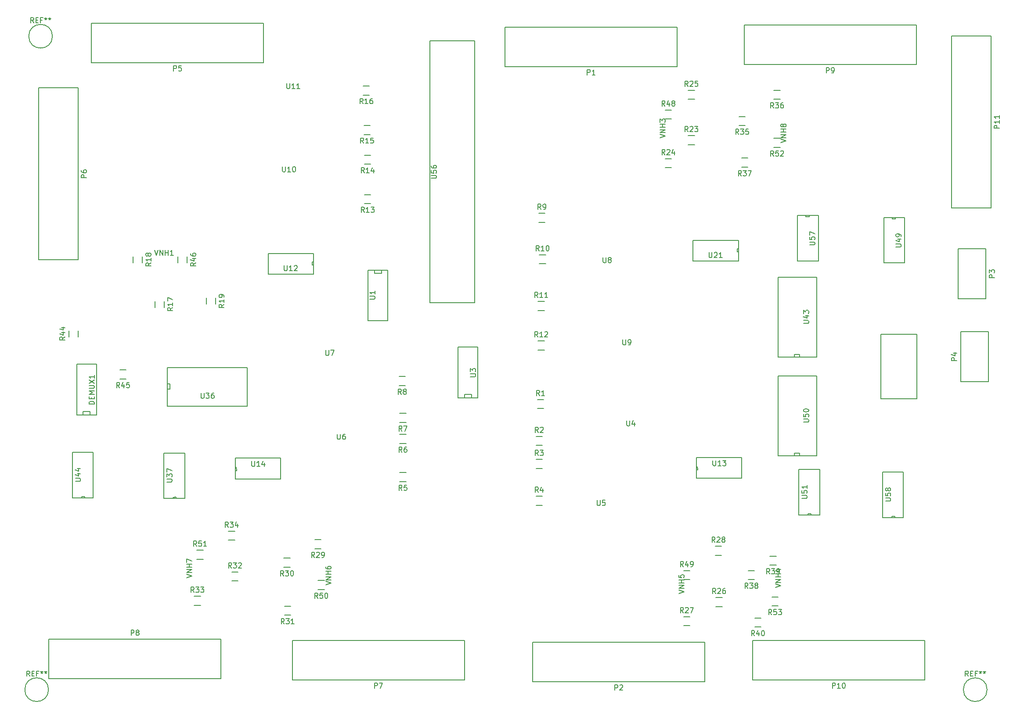
<source format=gto>
G04 #@! TF.FileFunction,Legend,Top*
%FSLAX46Y46*%
G04 Gerber Fmt 4.6, Leading zero omitted, Abs format (unit mm)*
G04 Created by KiCad (PCBNEW 4.0.2-stable) date Mon 18 Apr 2016 07:01:49 PM CST*
%MOMM*%
G01*
G04 APERTURE LIST*
%ADD10C,0.100000*%
%ADD11C,0.150000*%
G04 APERTURE END LIST*
D10*
D11*
X103106000Y-81003000D02*
X94506000Y-81003000D01*
X94506000Y-81003000D02*
X94506000Y-30503000D01*
X94506000Y-30503000D02*
X103106000Y-30503000D01*
X103106000Y-30503000D02*
X103106000Y-81003000D01*
X188412000Y-87099000D02*
X188412000Y-99599000D01*
X188412000Y-99599000D02*
X181412000Y-99599000D01*
X181412000Y-99599000D02*
X181412000Y-87099000D01*
X181412000Y-87099000D02*
X188412000Y-87099000D01*
X157134000Y-141873000D02*
X158334000Y-141873000D01*
X158334000Y-143623000D02*
X157134000Y-143623000D01*
X160055000Y-129935000D02*
X161255000Y-129935000D01*
X161255000Y-131685000D02*
X160055000Y-131685000D01*
X155864000Y-132729000D02*
X157064000Y-132729000D01*
X157064000Y-134479000D02*
X155864000Y-134479000D01*
X154594000Y-53100000D02*
X155794000Y-53100000D01*
X155794000Y-54850000D02*
X154594000Y-54850000D01*
X160817000Y-40019000D02*
X162017000Y-40019000D01*
X162017000Y-41769000D02*
X160817000Y-41769000D01*
X154086000Y-45099000D02*
X155286000Y-45099000D01*
X155286000Y-46849000D02*
X154086000Y-46849000D01*
X56861000Y-126859000D02*
X55661000Y-126859000D01*
X55661000Y-125109000D02*
X56861000Y-125109000D01*
X50257000Y-139432000D02*
X49057000Y-139432000D01*
X49057000Y-137682000D02*
X50257000Y-137682000D01*
X57496000Y-134733000D02*
X56296000Y-134733000D01*
X56296000Y-132983000D02*
X57496000Y-132983000D01*
X66456000Y-139587000D02*
X67656000Y-139587000D01*
X67656000Y-141337000D02*
X66456000Y-141337000D01*
X66329000Y-130316000D02*
X67529000Y-130316000D01*
X67529000Y-132066000D02*
X66329000Y-132066000D01*
X72298000Y-126760000D02*
X73498000Y-126760000D01*
X73498000Y-128510000D02*
X72298000Y-128510000D01*
X150714000Y-129780000D02*
X149514000Y-129780000D01*
X149514000Y-128030000D02*
X150714000Y-128030000D01*
X144618000Y-143369000D02*
X143418000Y-143369000D01*
X143418000Y-141619000D02*
X144618000Y-141619000D01*
X150841000Y-139686000D02*
X149641000Y-139686000D01*
X149641000Y-137936000D02*
X150841000Y-137936000D01*
X145507000Y-41769000D02*
X144307000Y-41769000D01*
X144307000Y-40019000D02*
X145507000Y-40019000D01*
X141062000Y-54977000D02*
X139862000Y-54977000D01*
X139862000Y-53227000D02*
X141062000Y-53227000D01*
X145507000Y-50532000D02*
X144307000Y-50532000D01*
X144307000Y-48782000D02*
X145507000Y-48782000D01*
X51385500Y-81308500D02*
X51385500Y-80108500D01*
X53135500Y-80108500D02*
X53135500Y-81308500D01*
X37288500Y-73307500D02*
X37288500Y-72107500D01*
X39038500Y-72107500D02*
X39038500Y-73307500D01*
X41479500Y-81943500D02*
X41479500Y-80743500D01*
X43229500Y-80743500D02*
X43229500Y-81943500D01*
X81632500Y-39193500D02*
X82832500Y-39193500D01*
X82832500Y-40943500D02*
X81632500Y-40943500D01*
X81759500Y-46813500D02*
X82959500Y-46813500D01*
X82959500Y-48563500D02*
X81759500Y-48563500D01*
X81886500Y-52528500D02*
X83086500Y-52528500D01*
X83086500Y-54278500D02*
X81886500Y-54278500D01*
X81886500Y-60148500D02*
X83086500Y-60148500D01*
X83086500Y-61898500D02*
X81886500Y-61898500D01*
X116551000Y-90156000D02*
X115351000Y-90156000D01*
X115351000Y-88406000D02*
X116551000Y-88406000D01*
X116551000Y-82536000D02*
X115351000Y-82536000D01*
X115351000Y-80786000D02*
X116551000Y-80786000D01*
X116805000Y-73519000D02*
X115605000Y-73519000D01*
X115605000Y-71769000D02*
X116805000Y-71769000D01*
X116678000Y-65518000D02*
X115478000Y-65518000D01*
X115478000Y-63768000D02*
X116678000Y-63768000D01*
X88554000Y-95264000D02*
X89754000Y-95264000D01*
X89754000Y-97014000D02*
X88554000Y-97014000D01*
X88681000Y-102376000D02*
X89881000Y-102376000D01*
X89881000Y-104126000D02*
X88681000Y-104126000D01*
X88681000Y-106440000D02*
X89881000Y-106440000D01*
X89881000Y-108190000D02*
X88681000Y-108190000D01*
X88681000Y-113806000D02*
X89881000Y-113806000D01*
X89881000Y-115556000D02*
X88681000Y-115556000D01*
X116170000Y-120128000D02*
X114970000Y-120128000D01*
X114970000Y-118378000D02*
X116170000Y-118378000D01*
X116170000Y-113016000D02*
X114970000Y-113016000D01*
X114970000Y-111266000D02*
X116170000Y-111266000D01*
X116170000Y-108571000D02*
X114970000Y-108571000D01*
X114970000Y-106821000D02*
X116170000Y-106821000D01*
X116424000Y-101459000D02*
X115224000Y-101459000D01*
X115224000Y-99709000D02*
X116424000Y-99709000D01*
X156755000Y-146177000D02*
X189955000Y-146177000D01*
X189955000Y-146177000D02*
X189955000Y-153797000D01*
X189955000Y-153797000D02*
X156755000Y-153797000D01*
X156755000Y-153797000D02*
X156755000Y-146177000D01*
X54192000Y-153543000D02*
X20992000Y-153543000D01*
X20992000Y-153543000D02*
X20992000Y-145923000D01*
X20992000Y-145923000D02*
X54192000Y-145923000D01*
X54192000Y-145923000D02*
X54192000Y-153543000D01*
X67982000Y-146177000D02*
X101182000Y-146177000D01*
X101182000Y-146177000D02*
X101182000Y-153797000D01*
X101182000Y-153797000D02*
X67982000Y-153797000D01*
X67982000Y-153797000D02*
X67982000Y-146177000D01*
X19050000Y-72734000D02*
X19050000Y-39534000D01*
X19050000Y-39534000D02*
X26670000Y-39534000D01*
X26670000Y-39534000D02*
X26670000Y-72734000D01*
X26670000Y-72734000D02*
X19050000Y-72734000D01*
X29247000Y-27051000D02*
X62447000Y-27051000D01*
X62447000Y-27051000D02*
X62447000Y-34671000D01*
X62447000Y-34671000D02*
X29247000Y-34671000D01*
X29247000Y-34671000D02*
X29247000Y-27051000D01*
X202217000Y-86640000D02*
X202217000Y-96240000D01*
X202217000Y-96240000D02*
X196817000Y-96240000D01*
X196817000Y-96240000D02*
X196817000Y-86640000D01*
X196817000Y-86640000D02*
X202217000Y-86640000D01*
X196309000Y-80238000D02*
X196309000Y-70638000D01*
X196309000Y-70638000D02*
X201709000Y-70638000D01*
X201709000Y-70638000D02*
X201709000Y-80238000D01*
X201709000Y-80238000D02*
X196309000Y-80238000D01*
X114337000Y-146558000D02*
X147537000Y-146558000D01*
X147537000Y-146558000D02*
X147537000Y-154178000D01*
X147537000Y-154178000D02*
X114337000Y-154178000D01*
X114337000Y-154178000D02*
X114337000Y-146558000D01*
X109003000Y-27813000D02*
X142203000Y-27813000D01*
X142203000Y-27813000D02*
X142203000Y-35433000D01*
X142203000Y-35433000D02*
X109003000Y-35433000D01*
X109003000Y-35433000D02*
X109003000Y-27813000D01*
X28771000Y-102040000D02*
X28971000Y-102040000D01*
X28971000Y-102040000D02*
X28971000Y-102690000D01*
X27621000Y-102690000D02*
X27621000Y-102040000D01*
X27621000Y-102040000D02*
X28771000Y-102040000D01*
X26421000Y-102690000D02*
X26421000Y-92890000D01*
X26421000Y-92890000D02*
X30221000Y-92890000D01*
X30221000Y-92890000D02*
X30221000Y-102690000D01*
X30221000Y-102690000D02*
X26421000Y-102690000D01*
X155104000Y-27432000D02*
X188304000Y-27432000D01*
X188304000Y-27432000D02*
X188304000Y-35052000D01*
X188304000Y-35052000D02*
X155104000Y-35052000D01*
X155104000Y-35052000D02*
X155104000Y-27432000D01*
X195072000Y-62701000D02*
X195072000Y-29501000D01*
X195072000Y-29501000D02*
X202692000Y-29501000D01*
X202692000Y-29501000D02*
X202692000Y-62701000D01*
X202692000Y-62701000D02*
X195072000Y-62701000D01*
X26656000Y-86395000D02*
X26656000Y-87595000D01*
X24906000Y-87595000D02*
X24906000Y-86395000D01*
X34706000Y-93994000D02*
X35906000Y-93994000D01*
X35906000Y-95744000D02*
X34706000Y-95744000D01*
X45924500Y-73307500D02*
X45924500Y-72107500D01*
X47674500Y-72107500D02*
X47674500Y-73307500D01*
X141062000Y-45579000D02*
X139862000Y-45579000D01*
X139862000Y-43829000D02*
X141062000Y-43829000D01*
X144618000Y-134479000D02*
X143418000Y-134479000D01*
X143418000Y-132729000D02*
X144618000Y-132729000D01*
X72933000Y-134634000D02*
X74133000Y-134634000D01*
X74133000Y-136384000D02*
X72933000Y-136384000D01*
X50765000Y-130542000D02*
X49565000Y-130542000D01*
X49565000Y-128792000D02*
X50765000Y-128792000D01*
X160817000Y-49290000D02*
X162017000Y-49290000D01*
X162017000Y-51040000D02*
X160817000Y-51040000D01*
X160436000Y-137809000D02*
X161636000Y-137809000D01*
X161636000Y-139559000D02*
X160436000Y-139559000D01*
X84005000Y-75379000D02*
X83805000Y-75379000D01*
X83805000Y-75379000D02*
X83805000Y-74729000D01*
X85155000Y-74729000D02*
X85155000Y-75379000D01*
X85155000Y-75379000D02*
X84005000Y-75379000D01*
X86355000Y-74729000D02*
X86355000Y-84529000D01*
X86355000Y-84529000D02*
X82555000Y-84529000D01*
X82555000Y-84529000D02*
X82555000Y-74729000D01*
X82555000Y-74729000D02*
X86355000Y-74729000D01*
X102304000Y-98738000D02*
X102504000Y-98738000D01*
X102504000Y-98738000D02*
X102504000Y-99388000D01*
X101154000Y-99388000D02*
X101154000Y-98738000D01*
X101154000Y-98738000D02*
X102304000Y-98738000D01*
X99954000Y-99388000D02*
X99954000Y-89588000D01*
X99954000Y-89588000D02*
X103754000Y-89588000D01*
X103754000Y-89588000D02*
X103754000Y-99388000D01*
X103754000Y-99388000D02*
X99954000Y-99388000D01*
X72041000Y-73158000D02*
X71816000Y-73158000D01*
X71816000Y-73158000D02*
X71841000Y-73758000D01*
X71841000Y-73758000D02*
X72041000Y-73758000D01*
X72041000Y-73758000D02*
X72016000Y-73758000D01*
X72066000Y-71533000D02*
X72066000Y-75533000D01*
X72066000Y-75533000D02*
X63316000Y-75533000D01*
X63316000Y-75533000D02*
X63316000Y-71533000D01*
X63316000Y-71533000D02*
X72066000Y-71533000D01*
X145891000Y-113278000D02*
X146116000Y-113278000D01*
X146116000Y-113278000D02*
X146091000Y-112678000D01*
X146091000Y-112678000D02*
X145891000Y-112678000D01*
X145891000Y-112678000D02*
X145916000Y-112678000D01*
X145866000Y-114903000D02*
X145866000Y-110903000D01*
X145866000Y-110903000D02*
X154616000Y-110903000D01*
X154616000Y-110903000D02*
X154616000Y-114903000D01*
X154616000Y-114903000D02*
X145866000Y-114903000D01*
X56991000Y-113405000D02*
X57216000Y-113405000D01*
X57216000Y-113405000D02*
X57191000Y-112805000D01*
X57191000Y-112805000D02*
X56991000Y-112805000D01*
X56991000Y-112805000D02*
X57016000Y-112805000D01*
X56966000Y-115030000D02*
X56966000Y-111030000D01*
X56966000Y-111030000D02*
X65716000Y-111030000D01*
X65716000Y-111030000D02*
X65716000Y-115030000D01*
X65716000Y-115030000D02*
X56966000Y-115030000D01*
X153956000Y-70618000D02*
X153731000Y-70618000D01*
X153731000Y-70618000D02*
X153756000Y-71218000D01*
X153756000Y-71218000D02*
X153956000Y-71218000D01*
X153956000Y-71218000D02*
X153931000Y-71218000D01*
X153981000Y-68993000D02*
X153981000Y-72993000D01*
X153981000Y-72993000D02*
X145231000Y-72993000D01*
X145231000Y-72993000D02*
X145231000Y-68993000D01*
X145231000Y-68993000D02*
X153981000Y-68993000D01*
X43862000Y-96682000D02*
X44362000Y-96682000D01*
X44362000Y-96682000D02*
X44362000Y-97682000D01*
X44362000Y-97682000D02*
X43862000Y-97682000D01*
X43862000Y-93582000D02*
X59262000Y-93582000D01*
X59262000Y-93582000D02*
X59262000Y-100982000D01*
X59262000Y-100982000D02*
X43862000Y-100982000D01*
X43862000Y-100982000D02*
X43862000Y-93582000D01*
X45587000Y-118777000D02*
X45587000Y-118552000D01*
X45587000Y-118552000D02*
X44987000Y-118577000D01*
X44987000Y-118577000D02*
X44987000Y-118777000D01*
X44987000Y-118777000D02*
X44987000Y-118752000D01*
X47212000Y-118802000D02*
X43212000Y-118802000D01*
X43212000Y-118802000D02*
X43212000Y-110052000D01*
X43212000Y-110052000D02*
X47212000Y-110052000D01*
X47212000Y-110052000D02*
X47212000Y-118802000D01*
X164754000Y-91520000D02*
X164754000Y-91020000D01*
X164754000Y-91020000D02*
X165754000Y-91020000D01*
X165754000Y-91020000D02*
X165754000Y-91520000D01*
X161654000Y-91520000D02*
X161654000Y-76120000D01*
X161654000Y-76120000D02*
X169054000Y-76120000D01*
X169054000Y-76120000D02*
X169054000Y-91520000D01*
X169054000Y-91520000D02*
X161654000Y-91520000D01*
X27934000Y-118650000D02*
X27934000Y-118425000D01*
X27934000Y-118425000D02*
X27334000Y-118450000D01*
X27334000Y-118450000D02*
X27334000Y-118650000D01*
X27334000Y-118650000D02*
X27334000Y-118625000D01*
X29559000Y-118675000D02*
X25559000Y-118675000D01*
X25559000Y-118675000D02*
X25559000Y-109925000D01*
X25559000Y-109925000D02*
X29559000Y-109925000D01*
X29559000Y-109925000D02*
X29559000Y-118675000D01*
X183648000Y-64611000D02*
X183648000Y-64836000D01*
X183648000Y-64836000D02*
X184248000Y-64811000D01*
X184248000Y-64811000D02*
X184248000Y-64611000D01*
X184248000Y-64611000D02*
X184248000Y-64636000D01*
X182023000Y-64586000D02*
X186023000Y-64586000D01*
X186023000Y-64586000D02*
X186023000Y-73336000D01*
X186023000Y-73336000D02*
X182023000Y-73336000D01*
X182023000Y-73336000D02*
X182023000Y-64586000D01*
X164754000Y-110570000D02*
X164754000Y-110070000D01*
X164754000Y-110070000D02*
X165754000Y-110070000D01*
X165754000Y-110070000D02*
X165754000Y-110570000D01*
X161654000Y-110570000D02*
X161654000Y-95170000D01*
X161654000Y-95170000D02*
X169054000Y-95170000D01*
X169054000Y-95170000D02*
X169054000Y-110570000D01*
X169054000Y-110570000D02*
X161654000Y-110570000D01*
X168015000Y-121952000D02*
X168015000Y-121727000D01*
X168015000Y-121727000D02*
X167415000Y-121752000D01*
X167415000Y-121752000D02*
X167415000Y-121952000D01*
X167415000Y-121952000D02*
X167415000Y-121927000D01*
X169640000Y-121977000D02*
X165640000Y-121977000D01*
X165640000Y-121977000D02*
X165640000Y-113227000D01*
X165640000Y-113227000D02*
X169640000Y-113227000D01*
X169640000Y-113227000D02*
X169640000Y-121977000D01*
X167011000Y-64230000D02*
X167011000Y-64455000D01*
X167011000Y-64455000D02*
X167611000Y-64430000D01*
X167611000Y-64430000D02*
X167611000Y-64230000D01*
X167611000Y-64230000D02*
X167611000Y-64255000D01*
X165386000Y-64205000D02*
X169386000Y-64205000D01*
X169386000Y-64205000D02*
X169386000Y-72955000D01*
X169386000Y-72955000D02*
X165386000Y-72955000D01*
X165386000Y-72955000D02*
X165386000Y-64205000D01*
X184144000Y-122460000D02*
X184144000Y-122235000D01*
X184144000Y-122235000D02*
X183544000Y-122260000D01*
X183544000Y-122260000D02*
X183544000Y-122460000D01*
X183544000Y-122460000D02*
X183544000Y-122435000D01*
X185769000Y-122485000D02*
X181769000Y-122485000D01*
X181769000Y-122485000D02*
X181769000Y-113735000D01*
X181769000Y-113735000D02*
X185769000Y-113735000D01*
X185769000Y-113735000D02*
X185769000Y-122485000D01*
X21717000Y-29591000D02*
G75*
G03X21717000Y-29591000I-2286000J0D01*
G01*
X201930000Y-155702000D02*
G75*
G03X201930000Y-155702000I-2286000J0D01*
G01*
X20955000Y-155702000D02*
G75*
G03X20955000Y-155702000I-2286000J0D01*
G01*
X162167381Y-50144143D02*
X163167381Y-49810810D01*
X162167381Y-49477476D01*
X163167381Y-49144143D02*
X162167381Y-49144143D01*
X163167381Y-48572714D01*
X162167381Y-48572714D01*
X163167381Y-48096524D02*
X162167381Y-48096524D01*
X162643571Y-48096524D02*
X162643571Y-47525095D01*
X163167381Y-47525095D02*
X162167381Y-47525095D01*
X162595952Y-46906048D02*
X162548333Y-47001286D01*
X162500714Y-47048905D01*
X162405476Y-47096524D01*
X162357857Y-47096524D01*
X162262619Y-47048905D01*
X162215000Y-47001286D01*
X162167381Y-46906048D01*
X162167381Y-46715571D01*
X162215000Y-46620333D01*
X162262619Y-46572714D01*
X162357857Y-46525095D01*
X162405476Y-46525095D01*
X162500714Y-46572714D01*
X162548333Y-46620333D01*
X162595952Y-46715571D01*
X162595952Y-46906048D01*
X162643571Y-47001286D01*
X162691190Y-47048905D01*
X162786429Y-47096524D01*
X162976905Y-47096524D01*
X163072143Y-47048905D01*
X163119762Y-47001286D01*
X163167381Y-46906048D01*
X163167381Y-46715571D01*
X163119762Y-46620333D01*
X163072143Y-46572714D01*
X162976905Y-46525095D01*
X162786429Y-46525095D01*
X162691190Y-46572714D01*
X162643571Y-46620333D01*
X162595952Y-46715571D01*
X47620881Y-134101143D02*
X48620881Y-133767810D01*
X47620881Y-133434476D01*
X48620881Y-133101143D02*
X47620881Y-133101143D01*
X48620881Y-132529714D01*
X47620881Y-132529714D01*
X48620881Y-132053524D02*
X47620881Y-132053524D01*
X48097071Y-132053524D02*
X48097071Y-131482095D01*
X48620881Y-131482095D02*
X47620881Y-131482095D01*
X47620881Y-131101143D02*
X47620881Y-130434476D01*
X48620881Y-130863048D01*
X74410381Y-135488143D02*
X75410381Y-135154810D01*
X74410381Y-134821476D01*
X75410381Y-134488143D02*
X74410381Y-134488143D01*
X75410381Y-133916714D01*
X74410381Y-133916714D01*
X75410381Y-133440524D02*
X74410381Y-133440524D01*
X74886571Y-133440524D02*
X74886571Y-132869095D01*
X75410381Y-132869095D02*
X74410381Y-132869095D01*
X74410381Y-131964333D02*
X74410381Y-132154810D01*
X74458000Y-132250048D01*
X74505619Y-132297667D01*
X74648476Y-132392905D01*
X74838952Y-132440524D01*
X75219905Y-132440524D01*
X75315143Y-132392905D01*
X75362762Y-132345286D01*
X75410381Y-132250048D01*
X75410381Y-132059571D01*
X75362762Y-131964333D01*
X75315143Y-131916714D01*
X75219905Y-131869095D01*
X74981810Y-131869095D01*
X74886571Y-131916714D01*
X74838952Y-131964333D01*
X74791333Y-132059571D01*
X74791333Y-132250048D01*
X74838952Y-132345286D01*
X74886571Y-132392905D01*
X74981810Y-132440524D01*
X142490381Y-137149143D02*
X143490381Y-136815810D01*
X142490381Y-136482476D01*
X143490381Y-136149143D02*
X142490381Y-136149143D01*
X143490381Y-135577714D01*
X142490381Y-135577714D01*
X143490381Y-135101524D02*
X142490381Y-135101524D01*
X142966571Y-135101524D02*
X142966571Y-134530095D01*
X143490381Y-134530095D02*
X142490381Y-134530095D01*
X142490381Y-133577714D02*
X142490381Y-134053905D01*
X142966571Y-134101524D01*
X142918952Y-134053905D01*
X142871333Y-133958667D01*
X142871333Y-133720571D01*
X142918952Y-133625333D01*
X142966571Y-133577714D01*
X143061810Y-133530095D01*
X143299905Y-133530095D01*
X143395143Y-133577714D01*
X143442762Y-133625333D01*
X143490381Y-133720571D01*
X143490381Y-133958667D01*
X143442762Y-134053905D01*
X143395143Y-134101524D01*
X161151381Y-135996143D02*
X162151381Y-135662810D01*
X161151381Y-135329476D01*
X162151381Y-134996143D02*
X161151381Y-134996143D01*
X162151381Y-134424714D01*
X161151381Y-134424714D01*
X162151381Y-133948524D02*
X161151381Y-133948524D01*
X161627571Y-133948524D02*
X161627571Y-133377095D01*
X162151381Y-133377095D02*
X161151381Y-133377095D01*
X161484714Y-132472333D02*
X162151381Y-132472333D01*
X161103762Y-132710429D02*
X161818048Y-132948524D01*
X161818048Y-132329476D01*
X138870381Y-49201143D02*
X139870381Y-48867810D01*
X138870381Y-48534476D01*
X139870381Y-48201143D02*
X138870381Y-48201143D01*
X139870381Y-47629714D01*
X138870381Y-47629714D01*
X139870381Y-47153524D02*
X138870381Y-47153524D01*
X139346571Y-47153524D02*
X139346571Y-46582095D01*
X139870381Y-46582095D02*
X138870381Y-46582095D01*
X138870381Y-46201143D02*
X138870381Y-45582095D01*
X139251333Y-45915429D01*
X139251333Y-45772571D01*
X139298952Y-45677333D01*
X139346571Y-45629714D01*
X139441810Y-45582095D01*
X139679905Y-45582095D01*
X139775143Y-45629714D01*
X139822762Y-45677333D01*
X139870381Y-45772571D01*
X139870381Y-46058286D01*
X139822762Y-46153524D01*
X139775143Y-46201143D01*
X41413357Y-70861881D02*
X41746690Y-71861881D01*
X42080024Y-70861881D01*
X42413357Y-71861881D02*
X42413357Y-70861881D01*
X42984786Y-71861881D01*
X42984786Y-70861881D01*
X43460976Y-71861881D02*
X43460976Y-70861881D01*
X43460976Y-71338071D02*
X44032405Y-71338071D01*
X44032405Y-71861881D02*
X44032405Y-70861881D01*
X45032405Y-71861881D02*
X44460976Y-71861881D01*
X44746690Y-71861881D02*
X44746690Y-70861881D01*
X44651452Y-71004738D01*
X44556214Y-71099976D01*
X44460976Y-71147595D01*
X94768381Y-57001095D02*
X95577905Y-57001095D01*
X95673143Y-56953476D01*
X95720762Y-56905857D01*
X95768381Y-56810619D01*
X95768381Y-56620142D01*
X95720762Y-56524904D01*
X95673143Y-56477285D01*
X95577905Y-56429666D01*
X94768381Y-56429666D01*
X94768381Y-55477285D02*
X94768381Y-55953476D01*
X95244571Y-56001095D01*
X95196952Y-55953476D01*
X95149333Y-55858238D01*
X95149333Y-55620142D01*
X95196952Y-55524904D01*
X95244571Y-55477285D01*
X95339810Y-55429666D01*
X95577905Y-55429666D01*
X95673143Y-55477285D01*
X95720762Y-55524904D01*
X95768381Y-55620142D01*
X95768381Y-55858238D01*
X95720762Y-55953476D01*
X95673143Y-56001095D01*
X94768381Y-54572523D02*
X94768381Y-54763000D01*
X94816000Y-54858238D01*
X94863619Y-54905857D01*
X95006476Y-55001095D01*
X95196952Y-55048714D01*
X95577905Y-55048714D01*
X95673143Y-55001095D01*
X95720762Y-54953476D01*
X95768381Y-54858238D01*
X95768381Y-54667761D01*
X95720762Y-54572523D01*
X95673143Y-54524904D01*
X95577905Y-54477285D01*
X95339810Y-54477285D01*
X95244571Y-54524904D01*
X95196952Y-54572523D01*
X95149333Y-54667761D01*
X95149333Y-54858238D01*
X95196952Y-54953476D01*
X95244571Y-55001095D01*
X95339810Y-55048714D01*
X157091143Y-145300381D02*
X156757809Y-144824190D01*
X156519714Y-145300381D02*
X156519714Y-144300381D01*
X156900667Y-144300381D01*
X156995905Y-144348000D01*
X157043524Y-144395619D01*
X157091143Y-144490857D01*
X157091143Y-144633714D01*
X157043524Y-144728952D01*
X156995905Y-144776571D01*
X156900667Y-144824190D01*
X156519714Y-144824190D01*
X157948286Y-144633714D02*
X157948286Y-145300381D01*
X157710190Y-144252762D02*
X157472095Y-144967048D01*
X158091143Y-144967048D01*
X158662571Y-144300381D02*
X158757810Y-144300381D01*
X158853048Y-144348000D01*
X158900667Y-144395619D01*
X158948286Y-144490857D01*
X158995905Y-144681333D01*
X158995905Y-144919429D01*
X158948286Y-145109905D01*
X158900667Y-145205143D01*
X158853048Y-145252762D01*
X158757810Y-145300381D01*
X158662571Y-145300381D01*
X158567333Y-145252762D01*
X158519714Y-145205143D01*
X158472095Y-145109905D01*
X158424476Y-144919429D01*
X158424476Y-144681333D01*
X158472095Y-144490857D01*
X158519714Y-144395619D01*
X158567333Y-144348000D01*
X158662571Y-144300381D01*
X160012143Y-133362381D02*
X159678809Y-132886190D01*
X159440714Y-133362381D02*
X159440714Y-132362381D01*
X159821667Y-132362381D01*
X159916905Y-132410000D01*
X159964524Y-132457619D01*
X160012143Y-132552857D01*
X160012143Y-132695714D01*
X159964524Y-132790952D01*
X159916905Y-132838571D01*
X159821667Y-132886190D01*
X159440714Y-132886190D01*
X160345476Y-132362381D02*
X160964524Y-132362381D01*
X160631190Y-132743333D01*
X160774048Y-132743333D01*
X160869286Y-132790952D01*
X160916905Y-132838571D01*
X160964524Y-132933810D01*
X160964524Y-133171905D01*
X160916905Y-133267143D01*
X160869286Y-133314762D01*
X160774048Y-133362381D01*
X160488333Y-133362381D01*
X160393095Y-133314762D01*
X160345476Y-133267143D01*
X161440714Y-133362381D02*
X161631190Y-133362381D01*
X161726429Y-133314762D01*
X161774048Y-133267143D01*
X161869286Y-133124286D01*
X161916905Y-132933810D01*
X161916905Y-132552857D01*
X161869286Y-132457619D01*
X161821667Y-132410000D01*
X161726429Y-132362381D01*
X161535952Y-132362381D01*
X161440714Y-132410000D01*
X161393095Y-132457619D01*
X161345476Y-132552857D01*
X161345476Y-132790952D01*
X161393095Y-132886190D01*
X161440714Y-132933810D01*
X161535952Y-132981429D01*
X161726429Y-132981429D01*
X161821667Y-132933810D01*
X161869286Y-132886190D01*
X161916905Y-132790952D01*
X155821143Y-136156381D02*
X155487809Y-135680190D01*
X155249714Y-136156381D02*
X155249714Y-135156381D01*
X155630667Y-135156381D01*
X155725905Y-135204000D01*
X155773524Y-135251619D01*
X155821143Y-135346857D01*
X155821143Y-135489714D01*
X155773524Y-135584952D01*
X155725905Y-135632571D01*
X155630667Y-135680190D01*
X155249714Y-135680190D01*
X156154476Y-135156381D02*
X156773524Y-135156381D01*
X156440190Y-135537333D01*
X156583048Y-135537333D01*
X156678286Y-135584952D01*
X156725905Y-135632571D01*
X156773524Y-135727810D01*
X156773524Y-135965905D01*
X156725905Y-136061143D01*
X156678286Y-136108762D01*
X156583048Y-136156381D01*
X156297333Y-136156381D01*
X156202095Y-136108762D01*
X156154476Y-136061143D01*
X157344952Y-135584952D02*
X157249714Y-135537333D01*
X157202095Y-135489714D01*
X157154476Y-135394476D01*
X157154476Y-135346857D01*
X157202095Y-135251619D01*
X157249714Y-135204000D01*
X157344952Y-135156381D01*
X157535429Y-135156381D01*
X157630667Y-135204000D01*
X157678286Y-135251619D01*
X157725905Y-135346857D01*
X157725905Y-135394476D01*
X157678286Y-135489714D01*
X157630667Y-135537333D01*
X157535429Y-135584952D01*
X157344952Y-135584952D01*
X157249714Y-135632571D01*
X157202095Y-135680190D01*
X157154476Y-135775429D01*
X157154476Y-135965905D01*
X157202095Y-136061143D01*
X157249714Y-136108762D01*
X157344952Y-136156381D01*
X157535429Y-136156381D01*
X157630667Y-136108762D01*
X157678286Y-136061143D01*
X157725905Y-135965905D01*
X157725905Y-135775429D01*
X157678286Y-135680190D01*
X157630667Y-135632571D01*
X157535429Y-135584952D01*
X154551143Y-56527381D02*
X154217809Y-56051190D01*
X153979714Y-56527381D02*
X153979714Y-55527381D01*
X154360667Y-55527381D01*
X154455905Y-55575000D01*
X154503524Y-55622619D01*
X154551143Y-55717857D01*
X154551143Y-55860714D01*
X154503524Y-55955952D01*
X154455905Y-56003571D01*
X154360667Y-56051190D01*
X153979714Y-56051190D01*
X154884476Y-55527381D02*
X155503524Y-55527381D01*
X155170190Y-55908333D01*
X155313048Y-55908333D01*
X155408286Y-55955952D01*
X155455905Y-56003571D01*
X155503524Y-56098810D01*
X155503524Y-56336905D01*
X155455905Y-56432143D01*
X155408286Y-56479762D01*
X155313048Y-56527381D01*
X155027333Y-56527381D01*
X154932095Y-56479762D01*
X154884476Y-56432143D01*
X155836857Y-55527381D02*
X156503524Y-55527381D01*
X156074952Y-56527381D01*
X160774143Y-43446381D02*
X160440809Y-42970190D01*
X160202714Y-43446381D02*
X160202714Y-42446381D01*
X160583667Y-42446381D01*
X160678905Y-42494000D01*
X160726524Y-42541619D01*
X160774143Y-42636857D01*
X160774143Y-42779714D01*
X160726524Y-42874952D01*
X160678905Y-42922571D01*
X160583667Y-42970190D01*
X160202714Y-42970190D01*
X161107476Y-42446381D02*
X161726524Y-42446381D01*
X161393190Y-42827333D01*
X161536048Y-42827333D01*
X161631286Y-42874952D01*
X161678905Y-42922571D01*
X161726524Y-43017810D01*
X161726524Y-43255905D01*
X161678905Y-43351143D01*
X161631286Y-43398762D01*
X161536048Y-43446381D01*
X161250333Y-43446381D01*
X161155095Y-43398762D01*
X161107476Y-43351143D01*
X162583667Y-42446381D02*
X162393190Y-42446381D01*
X162297952Y-42494000D01*
X162250333Y-42541619D01*
X162155095Y-42684476D01*
X162107476Y-42874952D01*
X162107476Y-43255905D01*
X162155095Y-43351143D01*
X162202714Y-43398762D01*
X162297952Y-43446381D01*
X162488429Y-43446381D01*
X162583667Y-43398762D01*
X162631286Y-43351143D01*
X162678905Y-43255905D01*
X162678905Y-43017810D01*
X162631286Y-42922571D01*
X162583667Y-42874952D01*
X162488429Y-42827333D01*
X162297952Y-42827333D01*
X162202714Y-42874952D01*
X162155095Y-42922571D01*
X162107476Y-43017810D01*
X154043143Y-48526381D02*
X153709809Y-48050190D01*
X153471714Y-48526381D02*
X153471714Y-47526381D01*
X153852667Y-47526381D01*
X153947905Y-47574000D01*
X153995524Y-47621619D01*
X154043143Y-47716857D01*
X154043143Y-47859714D01*
X153995524Y-47954952D01*
X153947905Y-48002571D01*
X153852667Y-48050190D01*
X153471714Y-48050190D01*
X154376476Y-47526381D02*
X154995524Y-47526381D01*
X154662190Y-47907333D01*
X154805048Y-47907333D01*
X154900286Y-47954952D01*
X154947905Y-48002571D01*
X154995524Y-48097810D01*
X154995524Y-48335905D01*
X154947905Y-48431143D01*
X154900286Y-48478762D01*
X154805048Y-48526381D01*
X154519333Y-48526381D01*
X154424095Y-48478762D01*
X154376476Y-48431143D01*
X155900286Y-47526381D02*
X155424095Y-47526381D01*
X155376476Y-48002571D01*
X155424095Y-47954952D01*
X155519333Y-47907333D01*
X155757429Y-47907333D01*
X155852667Y-47954952D01*
X155900286Y-48002571D01*
X155947905Y-48097810D01*
X155947905Y-48335905D01*
X155900286Y-48431143D01*
X155852667Y-48478762D01*
X155757429Y-48526381D01*
X155519333Y-48526381D01*
X155424095Y-48478762D01*
X155376476Y-48431143D01*
X55618143Y-124336381D02*
X55284809Y-123860190D01*
X55046714Y-124336381D02*
X55046714Y-123336381D01*
X55427667Y-123336381D01*
X55522905Y-123384000D01*
X55570524Y-123431619D01*
X55618143Y-123526857D01*
X55618143Y-123669714D01*
X55570524Y-123764952D01*
X55522905Y-123812571D01*
X55427667Y-123860190D01*
X55046714Y-123860190D01*
X55951476Y-123336381D02*
X56570524Y-123336381D01*
X56237190Y-123717333D01*
X56380048Y-123717333D01*
X56475286Y-123764952D01*
X56522905Y-123812571D01*
X56570524Y-123907810D01*
X56570524Y-124145905D01*
X56522905Y-124241143D01*
X56475286Y-124288762D01*
X56380048Y-124336381D01*
X56094333Y-124336381D01*
X55999095Y-124288762D01*
X55951476Y-124241143D01*
X57427667Y-123669714D02*
X57427667Y-124336381D01*
X57189571Y-123288762D02*
X56951476Y-124003048D01*
X57570524Y-124003048D01*
X49014143Y-136909381D02*
X48680809Y-136433190D01*
X48442714Y-136909381D02*
X48442714Y-135909381D01*
X48823667Y-135909381D01*
X48918905Y-135957000D01*
X48966524Y-136004619D01*
X49014143Y-136099857D01*
X49014143Y-136242714D01*
X48966524Y-136337952D01*
X48918905Y-136385571D01*
X48823667Y-136433190D01*
X48442714Y-136433190D01*
X49347476Y-135909381D02*
X49966524Y-135909381D01*
X49633190Y-136290333D01*
X49776048Y-136290333D01*
X49871286Y-136337952D01*
X49918905Y-136385571D01*
X49966524Y-136480810D01*
X49966524Y-136718905D01*
X49918905Y-136814143D01*
X49871286Y-136861762D01*
X49776048Y-136909381D01*
X49490333Y-136909381D01*
X49395095Y-136861762D01*
X49347476Y-136814143D01*
X50299857Y-135909381D02*
X50918905Y-135909381D01*
X50585571Y-136290333D01*
X50728429Y-136290333D01*
X50823667Y-136337952D01*
X50871286Y-136385571D01*
X50918905Y-136480810D01*
X50918905Y-136718905D01*
X50871286Y-136814143D01*
X50823667Y-136861762D01*
X50728429Y-136909381D01*
X50442714Y-136909381D01*
X50347476Y-136861762D01*
X50299857Y-136814143D01*
X56253143Y-132210381D02*
X55919809Y-131734190D01*
X55681714Y-132210381D02*
X55681714Y-131210381D01*
X56062667Y-131210381D01*
X56157905Y-131258000D01*
X56205524Y-131305619D01*
X56253143Y-131400857D01*
X56253143Y-131543714D01*
X56205524Y-131638952D01*
X56157905Y-131686571D01*
X56062667Y-131734190D01*
X55681714Y-131734190D01*
X56586476Y-131210381D02*
X57205524Y-131210381D01*
X56872190Y-131591333D01*
X57015048Y-131591333D01*
X57110286Y-131638952D01*
X57157905Y-131686571D01*
X57205524Y-131781810D01*
X57205524Y-132019905D01*
X57157905Y-132115143D01*
X57110286Y-132162762D01*
X57015048Y-132210381D01*
X56729333Y-132210381D01*
X56634095Y-132162762D01*
X56586476Y-132115143D01*
X57586476Y-131305619D02*
X57634095Y-131258000D01*
X57729333Y-131210381D01*
X57967429Y-131210381D01*
X58062667Y-131258000D01*
X58110286Y-131305619D01*
X58157905Y-131400857D01*
X58157905Y-131496095D01*
X58110286Y-131638952D01*
X57538857Y-132210381D01*
X58157905Y-132210381D01*
X66413143Y-143014381D02*
X66079809Y-142538190D01*
X65841714Y-143014381D02*
X65841714Y-142014381D01*
X66222667Y-142014381D01*
X66317905Y-142062000D01*
X66365524Y-142109619D01*
X66413143Y-142204857D01*
X66413143Y-142347714D01*
X66365524Y-142442952D01*
X66317905Y-142490571D01*
X66222667Y-142538190D01*
X65841714Y-142538190D01*
X66746476Y-142014381D02*
X67365524Y-142014381D01*
X67032190Y-142395333D01*
X67175048Y-142395333D01*
X67270286Y-142442952D01*
X67317905Y-142490571D01*
X67365524Y-142585810D01*
X67365524Y-142823905D01*
X67317905Y-142919143D01*
X67270286Y-142966762D01*
X67175048Y-143014381D01*
X66889333Y-143014381D01*
X66794095Y-142966762D01*
X66746476Y-142919143D01*
X68317905Y-143014381D02*
X67746476Y-143014381D01*
X68032190Y-143014381D02*
X68032190Y-142014381D01*
X67936952Y-142157238D01*
X67841714Y-142252476D01*
X67746476Y-142300095D01*
X66286143Y-133743381D02*
X65952809Y-133267190D01*
X65714714Y-133743381D02*
X65714714Y-132743381D01*
X66095667Y-132743381D01*
X66190905Y-132791000D01*
X66238524Y-132838619D01*
X66286143Y-132933857D01*
X66286143Y-133076714D01*
X66238524Y-133171952D01*
X66190905Y-133219571D01*
X66095667Y-133267190D01*
X65714714Y-133267190D01*
X66619476Y-132743381D02*
X67238524Y-132743381D01*
X66905190Y-133124333D01*
X67048048Y-133124333D01*
X67143286Y-133171952D01*
X67190905Y-133219571D01*
X67238524Y-133314810D01*
X67238524Y-133552905D01*
X67190905Y-133648143D01*
X67143286Y-133695762D01*
X67048048Y-133743381D01*
X66762333Y-133743381D01*
X66667095Y-133695762D01*
X66619476Y-133648143D01*
X67857571Y-132743381D02*
X67952810Y-132743381D01*
X68048048Y-132791000D01*
X68095667Y-132838619D01*
X68143286Y-132933857D01*
X68190905Y-133124333D01*
X68190905Y-133362429D01*
X68143286Y-133552905D01*
X68095667Y-133648143D01*
X68048048Y-133695762D01*
X67952810Y-133743381D01*
X67857571Y-133743381D01*
X67762333Y-133695762D01*
X67714714Y-133648143D01*
X67667095Y-133552905D01*
X67619476Y-133362429D01*
X67619476Y-133124333D01*
X67667095Y-132933857D01*
X67714714Y-132838619D01*
X67762333Y-132791000D01*
X67857571Y-132743381D01*
X72255143Y-130187381D02*
X71921809Y-129711190D01*
X71683714Y-130187381D02*
X71683714Y-129187381D01*
X72064667Y-129187381D01*
X72159905Y-129235000D01*
X72207524Y-129282619D01*
X72255143Y-129377857D01*
X72255143Y-129520714D01*
X72207524Y-129615952D01*
X72159905Y-129663571D01*
X72064667Y-129711190D01*
X71683714Y-129711190D01*
X72636095Y-129282619D02*
X72683714Y-129235000D01*
X72778952Y-129187381D01*
X73017048Y-129187381D01*
X73112286Y-129235000D01*
X73159905Y-129282619D01*
X73207524Y-129377857D01*
X73207524Y-129473095D01*
X73159905Y-129615952D01*
X72588476Y-130187381D01*
X73207524Y-130187381D01*
X73683714Y-130187381D02*
X73874190Y-130187381D01*
X73969429Y-130139762D01*
X74017048Y-130092143D01*
X74112286Y-129949286D01*
X74159905Y-129758810D01*
X74159905Y-129377857D01*
X74112286Y-129282619D01*
X74064667Y-129235000D01*
X73969429Y-129187381D01*
X73778952Y-129187381D01*
X73683714Y-129235000D01*
X73636095Y-129282619D01*
X73588476Y-129377857D01*
X73588476Y-129615952D01*
X73636095Y-129711190D01*
X73683714Y-129758810D01*
X73778952Y-129806429D01*
X73969429Y-129806429D01*
X74064667Y-129758810D01*
X74112286Y-129711190D01*
X74159905Y-129615952D01*
X149471143Y-127257381D02*
X149137809Y-126781190D01*
X148899714Y-127257381D02*
X148899714Y-126257381D01*
X149280667Y-126257381D01*
X149375905Y-126305000D01*
X149423524Y-126352619D01*
X149471143Y-126447857D01*
X149471143Y-126590714D01*
X149423524Y-126685952D01*
X149375905Y-126733571D01*
X149280667Y-126781190D01*
X148899714Y-126781190D01*
X149852095Y-126352619D02*
X149899714Y-126305000D01*
X149994952Y-126257381D01*
X150233048Y-126257381D01*
X150328286Y-126305000D01*
X150375905Y-126352619D01*
X150423524Y-126447857D01*
X150423524Y-126543095D01*
X150375905Y-126685952D01*
X149804476Y-127257381D01*
X150423524Y-127257381D01*
X150994952Y-126685952D02*
X150899714Y-126638333D01*
X150852095Y-126590714D01*
X150804476Y-126495476D01*
X150804476Y-126447857D01*
X150852095Y-126352619D01*
X150899714Y-126305000D01*
X150994952Y-126257381D01*
X151185429Y-126257381D01*
X151280667Y-126305000D01*
X151328286Y-126352619D01*
X151375905Y-126447857D01*
X151375905Y-126495476D01*
X151328286Y-126590714D01*
X151280667Y-126638333D01*
X151185429Y-126685952D01*
X150994952Y-126685952D01*
X150899714Y-126733571D01*
X150852095Y-126781190D01*
X150804476Y-126876429D01*
X150804476Y-127066905D01*
X150852095Y-127162143D01*
X150899714Y-127209762D01*
X150994952Y-127257381D01*
X151185429Y-127257381D01*
X151280667Y-127209762D01*
X151328286Y-127162143D01*
X151375905Y-127066905D01*
X151375905Y-126876429D01*
X151328286Y-126781190D01*
X151280667Y-126733571D01*
X151185429Y-126685952D01*
X143375143Y-140846381D02*
X143041809Y-140370190D01*
X142803714Y-140846381D02*
X142803714Y-139846381D01*
X143184667Y-139846381D01*
X143279905Y-139894000D01*
X143327524Y-139941619D01*
X143375143Y-140036857D01*
X143375143Y-140179714D01*
X143327524Y-140274952D01*
X143279905Y-140322571D01*
X143184667Y-140370190D01*
X142803714Y-140370190D01*
X143756095Y-139941619D02*
X143803714Y-139894000D01*
X143898952Y-139846381D01*
X144137048Y-139846381D01*
X144232286Y-139894000D01*
X144279905Y-139941619D01*
X144327524Y-140036857D01*
X144327524Y-140132095D01*
X144279905Y-140274952D01*
X143708476Y-140846381D01*
X144327524Y-140846381D01*
X144660857Y-139846381D02*
X145327524Y-139846381D01*
X144898952Y-140846381D01*
X149598143Y-137163381D02*
X149264809Y-136687190D01*
X149026714Y-137163381D02*
X149026714Y-136163381D01*
X149407667Y-136163381D01*
X149502905Y-136211000D01*
X149550524Y-136258619D01*
X149598143Y-136353857D01*
X149598143Y-136496714D01*
X149550524Y-136591952D01*
X149502905Y-136639571D01*
X149407667Y-136687190D01*
X149026714Y-136687190D01*
X149979095Y-136258619D02*
X150026714Y-136211000D01*
X150121952Y-136163381D01*
X150360048Y-136163381D01*
X150455286Y-136211000D01*
X150502905Y-136258619D01*
X150550524Y-136353857D01*
X150550524Y-136449095D01*
X150502905Y-136591952D01*
X149931476Y-137163381D01*
X150550524Y-137163381D01*
X151407667Y-136163381D02*
X151217190Y-136163381D01*
X151121952Y-136211000D01*
X151074333Y-136258619D01*
X150979095Y-136401476D01*
X150931476Y-136591952D01*
X150931476Y-136972905D01*
X150979095Y-137068143D01*
X151026714Y-137115762D01*
X151121952Y-137163381D01*
X151312429Y-137163381D01*
X151407667Y-137115762D01*
X151455286Y-137068143D01*
X151502905Y-136972905D01*
X151502905Y-136734810D01*
X151455286Y-136639571D01*
X151407667Y-136591952D01*
X151312429Y-136544333D01*
X151121952Y-136544333D01*
X151026714Y-136591952D01*
X150979095Y-136639571D01*
X150931476Y-136734810D01*
X144264143Y-39246381D02*
X143930809Y-38770190D01*
X143692714Y-39246381D02*
X143692714Y-38246381D01*
X144073667Y-38246381D01*
X144168905Y-38294000D01*
X144216524Y-38341619D01*
X144264143Y-38436857D01*
X144264143Y-38579714D01*
X144216524Y-38674952D01*
X144168905Y-38722571D01*
X144073667Y-38770190D01*
X143692714Y-38770190D01*
X144645095Y-38341619D02*
X144692714Y-38294000D01*
X144787952Y-38246381D01*
X145026048Y-38246381D01*
X145121286Y-38294000D01*
X145168905Y-38341619D01*
X145216524Y-38436857D01*
X145216524Y-38532095D01*
X145168905Y-38674952D01*
X144597476Y-39246381D01*
X145216524Y-39246381D01*
X146121286Y-38246381D02*
X145645095Y-38246381D01*
X145597476Y-38722571D01*
X145645095Y-38674952D01*
X145740333Y-38627333D01*
X145978429Y-38627333D01*
X146073667Y-38674952D01*
X146121286Y-38722571D01*
X146168905Y-38817810D01*
X146168905Y-39055905D01*
X146121286Y-39151143D01*
X146073667Y-39198762D01*
X145978429Y-39246381D01*
X145740333Y-39246381D01*
X145645095Y-39198762D01*
X145597476Y-39151143D01*
X139819143Y-52454381D02*
X139485809Y-51978190D01*
X139247714Y-52454381D02*
X139247714Y-51454381D01*
X139628667Y-51454381D01*
X139723905Y-51502000D01*
X139771524Y-51549619D01*
X139819143Y-51644857D01*
X139819143Y-51787714D01*
X139771524Y-51882952D01*
X139723905Y-51930571D01*
X139628667Y-51978190D01*
X139247714Y-51978190D01*
X140200095Y-51549619D02*
X140247714Y-51502000D01*
X140342952Y-51454381D01*
X140581048Y-51454381D01*
X140676286Y-51502000D01*
X140723905Y-51549619D01*
X140771524Y-51644857D01*
X140771524Y-51740095D01*
X140723905Y-51882952D01*
X140152476Y-52454381D01*
X140771524Y-52454381D01*
X141628667Y-51787714D02*
X141628667Y-52454381D01*
X141390571Y-51406762D02*
X141152476Y-52121048D01*
X141771524Y-52121048D01*
X144264143Y-48009381D02*
X143930809Y-47533190D01*
X143692714Y-48009381D02*
X143692714Y-47009381D01*
X144073667Y-47009381D01*
X144168905Y-47057000D01*
X144216524Y-47104619D01*
X144264143Y-47199857D01*
X144264143Y-47342714D01*
X144216524Y-47437952D01*
X144168905Y-47485571D01*
X144073667Y-47533190D01*
X143692714Y-47533190D01*
X144645095Y-47104619D02*
X144692714Y-47057000D01*
X144787952Y-47009381D01*
X145026048Y-47009381D01*
X145121286Y-47057000D01*
X145168905Y-47104619D01*
X145216524Y-47199857D01*
X145216524Y-47295095D01*
X145168905Y-47437952D01*
X144597476Y-48009381D01*
X145216524Y-48009381D01*
X145549857Y-47009381D02*
X146168905Y-47009381D01*
X145835571Y-47390333D01*
X145978429Y-47390333D01*
X146073667Y-47437952D01*
X146121286Y-47485571D01*
X146168905Y-47580810D01*
X146168905Y-47818905D01*
X146121286Y-47914143D01*
X146073667Y-47961762D01*
X145978429Y-48009381D01*
X145692714Y-48009381D01*
X145597476Y-47961762D01*
X145549857Y-47914143D01*
X54812881Y-81351357D02*
X54336690Y-81684691D01*
X54812881Y-81922786D02*
X53812881Y-81922786D01*
X53812881Y-81541833D01*
X53860500Y-81446595D01*
X53908119Y-81398976D01*
X54003357Y-81351357D01*
X54146214Y-81351357D01*
X54241452Y-81398976D01*
X54289071Y-81446595D01*
X54336690Y-81541833D01*
X54336690Y-81922786D01*
X54812881Y-80398976D02*
X54812881Y-80970405D01*
X54812881Y-80684691D02*
X53812881Y-80684691D01*
X53955738Y-80779929D01*
X54050976Y-80875167D01*
X54098595Y-80970405D01*
X54812881Y-79922786D02*
X54812881Y-79732310D01*
X54765262Y-79637071D01*
X54717643Y-79589452D01*
X54574786Y-79494214D01*
X54384310Y-79446595D01*
X54003357Y-79446595D01*
X53908119Y-79494214D01*
X53860500Y-79541833D01*
X53812881Y-79637071D01*
X53812881Y-79827548D01*
X53860500Y-79922786D01*
X53908119Y-79970405D01*
X54003357Y-80018024D01*
X54241452Y-80018024D01*
X54336690Y-79970405D01*
X54384310Y-79922786D01*
X54431929Y-79827548D01*
X54431929Y-79637071D01*
X54384310Y-79541833D01*
X54336690Y-79494214D01*
X54241452Y-79446595D01*
X40715881Y-73350357D02*
X40239690Y-73683691D01*
X40715881Y-73921786D02*
X39715881Y-73921786D01*
X39715881Y-73540833D01*
X39763500Y-73445595D01*
X39811119Y-73397976D01*
X39906357Y-73350357D01*
X40049214Y-73350357D01*
X40144452Y-73397976D01*
X40192071Y-73445595D01*
X40239690Y-73540833D01*
X40239690Y-73921786D01*
X40715881Y-72397976D02*
X40715881Y-72969405D01*
X40715881Y-72683691D02*
X39715881Y-72683691D01*
X39858738Y-72778929D01*
X39953976Y-72874167D01*
X40001595Y-72969405D01*
X40144452Y-71826548D02*
X40096833Y-71921786D01*
X40049214Y-71969405D01*
X39953976Y-72017024D01*
X39906357Y-72017024D01*
X39811119Y-71969405D01*
X39763500Y-71921786D01*
X39715881Y-71826548D01*
X39715881Y-71636071D01*
X39763500Y-71540833D01*
X39811119Y-71493214D01*
X39906357Y-71445595D01*
X39953976Y-71445595D01*
X40049214Y-71493214D01*
X40096833Y-71540833D01*
X40144452Y-71636071D01*
X40144452Y-71826548D01*
X40192071Y-71921786D01*
X40239690Y-71969405D01*
X40334929Y-72017024D01*
X40525405Y-72017024D01*
X40620643Y-71969405D01*
X40668262Y-71921786D01*
X40715881Y-71826548D01*
X40715881Y-71636071D01*
X40668262Y-71540833D01*
X40620643Y-71493214D01*
X40525405Y-71445595D01*
X40334929Y-71445595D01*
X40239690Y-71493214D01*
X40192071Y-71540833D01*
X40144452Y-71636071D01*
X44906881Y-81986357D02*
X44430690Y-82319691D01*
X44906881Y-82557786D02*
X43906881Y-82557786D01*
X43906881Y-82176833D01*
X43954500Y-82081595D01*
X44002119Y-82033976D01*
X44097357Y-81986357D01*
X44240214Y-81986357D01*
X44335452Y-82033976D01*
X44383071Y-82081595D01*
X44430690Y-82176833D01*
X44430690Y-82557786D01*
X44906881Y-81033976D02*
X44906881Y-81605405D01*
X44906881Y-81319691D02*
X43906881Y-81319691D01*
X44049738Y-81414929D01*
X44144976Y-81510167D01*
X44192595Y-81605405D01*
X43906881Y-80700643D02*
X43906881Y-80033976D01*
X44906881Y-80462548D01*
X81589643Y-42620881D02*
X81256309Y-42144690D01*
X81018214Y-42620881D02*
X81018214Y-41620881D01*
X81399167Y-41620881D01*
X81494405Y-41668500D01*
X81542024Y-41716119D01*
X81589643Y-41811357D01*
X81589643Y-41954214D01*
X81542024Y-42049452D01*
X81494405Y-42097071D01*
X81399167Y-42144690D01*
X81018214Y-42144690D01*
X82542024Y-42620881D02*
X81970595Y-42620881D01*
X82256309Y-42620881D02*
X82256309Y-41620881D01*
X82161071Y-41763738D01*
X82065833Y-41858976D01*
X81970595Y-41906595D01*
X83399167Y-41620881D02*
X83208690Y-41620881D01*
X83113452Y-41668500D01*
X83065833Y-41716119D01*
X82970595Y-41858976D01*
X82922976Y-42049452D01*
X82922976Y-42430405D01*
X82970595Y-42525643D01*
X83018214Y-42573262D01*
X83113452Y-42620881D01*
X83303929Y-42620881D01*
X83399167Y-42573262D01*
X83446786Y-42525643D01*
X83494405Y-42430405D01*
X83494405Y-42192310D01*
X83446786Y-42097071D01*
X83399167Y-42049452D01*
X83303929Y-42001833D01*
X83113452Y-42001833D01*
X83018214Y-42049452D01*
X82970595Y-42097071D01*
X82922976Y-42192310D01*
X81716643Y-50240881D02*
X81383309Y-49764690D01*
X81145214Y-50240881D02*
X81145214Y-49240881D01*
X81526167Y-49240881D01*
X81621405Y-49288500D01*
X81669024Y-49336119D01*
X81716643Y-49431357D01*
X81716643Y-49574214D01*
X81669024Y-49669452D01*
X81621405Y-49717071D01*
X81526167Y-49764690D01*
X81145214Y-49764690D01*
X82669024Y-50240881D02*
X82097595Y-50240881D01*
X82383309Y-50240881D02*
X82383309Y-49240881D01*
X82288071Y-49383738D01*
X82192833Y-49478976D01*
X82097595Y-49526595D01*
X83573786Y-49240881D02*
X83097595Y-49240881D01*
X83049976Y-49717071D01*
X83097595Y-49669452D01*
X83192833Y-49621833D01*
X83430929Y-49621833D01*
X83526167Y-49669452D01*
X83573786Y-49717071D01*
X83621405Y-49812310D01*
X83621405Y-50050405D01*
X83573786Y-50145643D01*
X83526167Y-50193262D01*
X83430929Y-50240881D01*
X83192833Y-50240881D01*
X83097595Y-50193262D01*
X83049976Y-50145643D01*
X81843643Y-55955881D02*
X81510309Y-55479690D01*
X81272214Y-55955881D02*
X81272214Y-54955881D01*
X81653167Y-54955881D01*
X81748405Y-55003500D01*
X81796024Y-55051119D01*
X81843643Y-55146357D01*
X81843643Y-55289214D01*
X81796024Y-55384452D01*
X81748405Y-55432071D01*
X81653167Y-55479690D01*
X81272214Y-55479690D01*
X82796024Y-55955881D02*
X82224595Y-55955881D01*
X82510309Y-55955881D02*
X82510309Y-54955881D01*
X82415071Y-55098738D01*
X82319833Y-55193976D01*
X82224595Y-55241595D01*
X83653167Y-55289214D02*
X83653167Y-55955881D01*
X83415071Y-54908262D02*
X83176976Y-55622548D01*
X83796024Y-55622548D01*
X81843643Y-63575881D02*
X81510309Y-63099690D01*
X81272214Y-63575881D02*
X81272214Y-62575881D01*
X81653167Y-62575881D01*
X81748405Y-62623500D01*
X81796024Y-62671119D01*
X81843643Y-62766357D01*
X81843643Y-62909214D01*
X81796024Y-63004452D01*
X81748405Y-63052071D01*
X81653167Y-63099690D01*
X81272214Y-63099690D01*
X82796024Y-63575881D02*
X82224595Y-63575881D01*
X82510309Y-63575881D02*
X82510309Y-62575881D01*
X82415071Y-62718738D01*
X82319833Y-62813976D01*
X82224595Y-62861595D01*
X83129357Y-62575881D02*
X83748405Y-62575881D01*
X83415071Y-62956833D01*
X83557929Y-62956833D01*
X83653167Y-63004452D01*
X83700786Y-63052071D01*
X83748405Y-63147310D01*
X83748405Y-63385405D01*
X83700786Y-63480643D01*
X83653167Y-63528262D01*
X83557929Y-63575881D01*
X83272214Y-63575881D01*
X83176976Y-63528262D01*
X83129357Y-63480643D01*
X115308143Y-87633381D02*
X114974809Y-87157190D01*
X114736714Y-87633381D02*
X114736714Y-86633381D01*
X115117667Y-86633381D01*
X115212905Y-86681000D01*
X115260524Y-86728619D01*
X115308143Y-86823857D01*
X115308143Y-86966714D01*
X115260524Y-87061952D01*
X115212905Y-87109571D01*
X115117667Y-87157190D01*
X114736714Y-87157190D01*
X116260524Y-87633381D02*
X115689095Y-87633381D01*
X115974809Y-87633381D02*
X115974809Y-86633381D01*
X115879571Y-86776238D01*
X115784333Y-86871476D01*
X115689095Y-86919095D01*
X116641476Y-86728619D02*
X116689095Y-86681000D01*
X116784333Y-86633381D01*
X117022429Y-86633381D01*
X117117667Y-86681000D01*
X117165286Y-86728619D01*
X117212905Y-86823857D01*
X117212905Y-86919095D01*
X117165286Y-87061952D01*
X116593857Y-87633381D01*
X117212905Y-87633381D01*
X115308143Y-80013381D02*
X114974809Y-79537190D01*
X114736714Y-80013381D02*
X114736714Y-79013381D01*
X115117667Y-79013381D01*
X115212905Y-79061000D01*
X115260524Y-79108619D01*
X115308143Y-79203857D01*
X115308143Y-79346714D01*
X115260524Y-79441952D01*
X115212905Y-79489571D01*
X115117667Y-79537190D01*
X114736714Y-79537190D01*
X116260524Y-80013381D02*
X115689095Y-80013381D01*
X115974809Y-80013381D02*
X115974809Y-79013381D01*
X115879571Y-79156238D01*
X115784333Y-79251476D01*
X115689095Y-79299095D01*
X117212905Y-80013381D02*
X116641476Y-80013381D01*
X116927190Y-80013381D02*
X116927190Y-79013381D01*
X116831952Y-79156238D01*
X116736714Y-79251476D01*
X116641476Y-79299095D01*
X115562143Y-70996381D02*
X115228809Y-70520190D01*
X114990714Y-70996381D02*
X114990714Y-69996381D01*
X115371667Y-69996381D01*
X115466905Y-70044000D01*
X115514524Y-70091619D01*
X115562143Y-70186857D01*
X115562143Y-70329714D01*
X115514524Y-70424952D01*
X115466905Y-70472571D01*
X115371667Y-70520190D01*
X114990714Y-70520190D01*
X116514524Y-70996381D02*
X115943095Y-70996381D01*
X116228809Y-70996381D02*
X116228809Y-69996381D01*
X116133571Y-70139238D01*
X116038333Y-70234476D01*
X115943095Y-70282095D01*
X117133571Y-69996381D02*
X117228810Y-69996381D01*
X117324048Y-70044000D01*
X117371667Y-70091619D01*
X117419286Y-70186857D01*
X117466905Y-70377333D01*
X117466905Y-70615429D01*
X117419286Y-70805905D01*
X117371667Y-70901143D01*
X117324048Y-70948762D01*
X117228810Y-70996381D01*
X117133571Y-70996381D01*
X117038333Y-70948762D01*
X116990714Y-70901143D01*
X116943095Y-70805905D01*
X116895476Y-70615429D01*
X116895476Y-70377333D01*
X116943095Y-70186857D01*
X116990714Y-70091619D01*
X117038333Y-70044000D01*
X117133571Y-69996381D01*
X115911334Y-62995381D02*
X115578000Y-62519190D01*
X115339905Y-62995381D02*
X115339905Y-61995381D01*
X115720858Y-61995381D01*
X115816096Y-62043000D01*
X115863715Y-62090619D01*
X115911334Y-62185857D01*
X115911334Y-62328714D01*
X115863715Y-62423952D01*
X115816096Y-62471571D01*
X115720858Y-62519190D01*
X115339905Y-62519190D01*
X116387524Y-62995381D02*
X116578000Y-62995381D01*
X116673239Y-62947762D01*
X116720858Y-62900143D01*
X116816096Y-62757286D01*
X116863715Y-62566810D01*
X116863715Y-62185857D01*
X116816096Y-62090619D01*
X116768477Y-62043000D01*
X116673239Y-61995381D01*
X116482762Y-61995381D01*
X116387524Y-62043000D01*
X116339905Y-62090619D01*
X116292286Y-62185857D01*
X116292286Y-62423952D01*
X116339905Y-62519190D01*
X116387524Y-62566810D01*
X116482762Y-62614429D01*
X116673239Y-62614429D01*
X116768477Y-62566810D01*
X116816096Y-62519190D01*
X116863715Y-62423952D01*
X88987334Y-98691381D02*
X88654000Y-98215190D01*
X88415905Y-98691381D02*
X88415905Y-97691381D01*
X88796858Y-97691381D01*
X88892096Y-97739000D01*
X88939715Y-97786619D01*
X88987334Y-97881857D01*
X88987334Y-98024714D01*
X88939715Y-98119952D01*
X88892096Y-98167571D01*
X88796858Y-98215190D01*
X88415905Y-98215190D01*
X89558762Y-98119952D02*
X89463524Y-98072333D01*
X89415905Y-98024714D01*
X89368286Y-97929476D01*
X89368286Y-97881857D01*
X89415905Y-97786619D01*
X89463524Y-97739000D01*
X89558762Y-97691381D01*
X89749239Y-97691381D01*
X89844477Y-97739000D01*
X89892096Y-97786619D01*
X89939715Y-97881857D01*
X89939715Y-97929476D01*
X89892096Y-98024714D01*
X89844477Y-98072333D01*
X89749239Y-98119952D01*
X89558762Y-98119952D01*
X89463524Y-98167571D01*
X89415905Y-98215190D01*
X89368286Y-98310429D01*
X89368286Y-98500905D01*
X89415905Y-98596143D01*
X89463524Y-98643762D01*
X89558762Y-98691381D01*
X89749239Y-98691381D01*
X89844477Y-98643762D01*
X89892096Y-98596143D01*
X89939715Y-98500905D01*
X89939715Y-98310429D01*
X89892096Y-98215190D01*
X89844477Y-98167571D01*
X89749239Y-98119952D01*
X89114334Y-105803381D02*
X88781000Y-105327190D01*
X88542905Y-105803381D02*
X88542905Y-104803381D01*
X88923858Y-104803381D01*
X89019096Y-104851000D01*
X89066715Y-104898619D01*
X89114334Y-104993857D01*
X89114334Y-105136714D01*
X89066715Y-105231952D01*
X89019096Y-105279571D01*
X88923858Y-105327190D01*
X88542905Y-105327190D01*
X89447667Y-104803381D02*
X90114334Y-104803381D01*
X89685762Y-105803381D01*
X89114334Y-109867381D02*
X88781000Y-109391190D01*
X88542905Y-109867381D02*
X88542905Y-108867381D01*
X88923858Y-108867381D01*
X89019096Y-108915000D01*
X89066715Y-108962619D01*
X89114334Y-109057857D01*
X89114334Y-109200714D01*
X89066715Y-109295952D01*
X89019096Y-109343571D01*
X88923858Y-109391190D01*
X88542905Y-109391190D01*
X89971477Y-108867381D02*
X89781000Y-108867381D01*
X89685762Y-108915000D01*
X89638143Y-108962619D01*
X89542905Y-109105476D01*
X89495286Y-109295952D01*
X89495286Y-109676905D01*
X89542905Y-109772143D01*
X89590524Y-109819762D01*
X89685762Y-109867381D01*
X89876239Y-109867381D01*
X89971477Y-109819762D01*
X90019096Y-109772143D01*
X90066715Y-109676905D01*
X90066715Y-109438810D01*
X90019096Y-109343571D01*
X89971477Y-109295952D01*
X89876239Y-109248333D01*
X89685762Y-109248333D01*
X89590524Y-109295952D01*
X89542905Y-109343571D01*
X89495286Y-109438810D01*
X89114334Y-117233381D02*
X88781000Y-116757190D01*
X88542905Y-117233381D02*
X88542905Y-116233381D01*
X88923858Y-116233381D01*
X89019096Y-116281000D01*
X89066715Y-116328619D01*
X89114334Y-116423857D01*
X89114334Y-116566714D01*
X89066715Y-116661952D01*
X89019096Y-116709571D01*
X88923858Y-116757190D01*
X88542905Y-116757190D01*
X90019096Y-116233381D02*
X89542905Y-116233381D01*
X89495286Y-116709571D01*
X89542905Y-116661952D01*
X89638143Y-116614333D01*
X89876239Y-116614333D01*
X89971477Y-116661952D01*
X90019096Y-116709571D01*
X90066715Y-116804810D01*
X90066715Y-117042905D01*
X90019096Y-117138143D01*
X89971477Y-117185762D01*
X89876239Y-117233381D01*
X89638143Y-117233381D01*
X89542905Y-117185762D01*
X89495286Y-117138143D01*
X115403334Y-117605381D02*
X115070000Y-117129190D01*
X114831905Y-117605381D02*
X114831905Y-116605381D01*
X115212858Y-116605381D01*
X115308096Y-116653000D01*
X115355715Y-116700619D01*
X115403334Y-116795857D01*
X115403334Y-116938714D01*
X115355715Y-117033952D01*
X115308096Y-117081571D01*
X115212858Y-117129190D01*
X114831905Y-117129190D01*
X116260477Y-116938714D02*
X116260477Y-117605381D01*
X116022381Y-116557762D02*
X115784286Y-117272048D01*
X116403334Y-117272048D01*
X115403334Y-110493381D02*
X115070000Y-110017190D01*
X114831905Y-110493381D02*
X114831905Y-109493381D01*
X115212858Y-109493381D01*
X115308096Y-109541000D01*
X115355715Y-109588619D01*
X115403334Y-109683857D01*
X115403334Y-109826714D01*
X115355715Y-109921952D01*
X115308096Y-109969571D01*
X115212858Y-110017190D01*
X114831905Y-110017190D01*
X115736667Y-109493381D02*
X116355715Y-109493381D01*
X116022381Y-109874333D01*
X116165239Y-109874333D01*
X116260477Y-109921952D01*
X116308096Y-109969571D01*
X116355715Y-110064810D01*
X116355715Y-110302905D01*
X116308096Y-110398143D01*
X116260477Y-110445762D01*
X116165239Y-110493381D01*
X115879524Y-110493381D01*
X115784286Y-110445762D01*
X115736667Y-110398143D01*
X115403334Y-106048381D02*
X115070000Y-105572190D01*
X114831905Y-106048381D02*
X114831905Y-105048381D01*
X115212858Y-105048381D01*
X115308096Y-105096000D01*
X115355715Y-105143619D01*
X115403334Y-105238857D01*
X115403334Y-105381714D01*
X115355715Y-105476952D01*
X115308096Y-105524571D01*
X115212858Y-105572190D01*
X114831905Y-105572190D01*
X115784286Y-105143619D02*
X115831905Y-105096000D01*
X115927143Y-105048381D01*
X116165239Y-105048381D01*
X116260477Y-105096000D01*
X116308096Y-105143619D01*
X116355715Y-105238857D01*
X116355715Y-105334095D01*
X116308096Y-105476952D01*
X115736667Y-106048381D01*
X116355715Y-106048381D01*
X115657334Y-98936381D02*
X115324000Y-98460190D01*
X115085905Y-98936381D02*
X115085905Y-97936381D01*
X115466858Y-97936381D01*
X115562096Y-97984000D01*
X115609715Y-98031619D01*
X115657334Y-98126857D01*
X115657334Y-98269714D01*
X115609715Y-98364952D01*
X115562096Y-98412571D01*
X115466858Y-98460190D01*
X115085905Y-98460190D01*
X116609715Y-98936381D02*
X116038286Y-98936381D01*
X116324000Y-98936381D02*
X116324000Y-97936381D01*
X116228762Y-98079238D01*
X116133524Y-98174476D01*
X116038286Y-98222095D01*
X172110714Y-155409381D02*
X172110714Y-154409381D01*
X172491667Y-154409381D01*
X172586905Y-154457000D01*
X172634524Y-154504619D01*
X172682143Y-154599857D01*
X172682143Y-154742714D01*
X172634524Y-154837952D01*
X172586905Y-154885571D01*
X172491667Y-154933190D01*
X172110714Y-154933190D01*
X173634524Y-155409381D02*
X173063095Y-155409381D01*
X173348809Y-155409381D02*
X173348809Y-154409381D01*
X173253571Y-154552238D01*
X173158333Y-154647476D01*
X173063095Y-154695095D01*
X174253571Y-154409381D02*
X174348810Y-154409381D01*
X174444048Y-154457000D01*
X174491667Y-154504619D01*
X174539286Y-154599857D01*
X174586905Y-154790333D01*
X174586905Y-155028429D01*
X174539286Y-155218905D01*
X174491667Y-155314143D01*
X174444048Y-155361762D01*
X174348810Y-155409381D01*
X174253571Y-155409381D01*
X174158333Y-155361762D01*
X174110714Y-155314143D01*
X174063095Y-155218905D01*
X174015476Y-155028429D01*
X174015476Y-154790333D01*
X174063095Y-154599857D01*
X174110714Y-154504619D01*
X174158333Y-154457000D01*
X174253571Y-154409381D01*
X36883905Y-145215381D02*
X36883905Y-144215381D01*
X37264858Y-144215381D01*
X37360096Y-144263000D01*
X37407715Y-144310619D01*
X37455334Y-144405857D01*
X37455334Y-144548714D01*
X37407715Y-144643952D01*
X37360096Y-144691571D01*
X37264858Y-144739190D01*
X36883905Y-144739190D01*
X38026762Y-144643952D02*
X37931524Y-144596333D01*
X37883905Y-144548714D01*
X37836286Y-144453476D01*
X37836286Y-144405857D01*
X37883905Y-144310619D01*
X37931524Y-144263000D01*
X38026762Y-144215381D01*
X38217239Y-144215381D01*
X38312477Y-144263000D01*
X38360096Y-144310619D01*
X38407715Y-144405857D01*
X38407715Y-144453476D01*
X38360096Y-144548714D01*
X38312477Y-144596333D01*
X38217239Y-144643952D01*
X38026762Y-144643952D01*
X37931524Y-144691571D01*
X37883905Y-144739190D01*
X37836286Y-144834429D01*
X37836286Y-145024905D01*
X37883905Y-145120143D01*
X37931524Y-145167762D01*
X38026762Y-145215381D01*
X38217239Y-145215381D01*
X38312477Y-145167762D01*
X38360096Y-145120143D01*
X38407715Y-145024905D01*
X38407715Y-144834429D01*
X38360096Y-144739190D01*
X38312477Y-144691571D01*
X38217239Y-144643952D01*
X83813905Y-155409381D02*
X83813905Y-154409381D01*
X84194858Y-154409381D01*
X84290096Y-154457000D01*
X84337715Y-154504619D01*
X84385334Y-154599857D01*
X84385334Y-154742714D01*
X84337715Y-154837952D01*
X84290096Y-154885571D01*
X84194858Y-154933190D01*
X83813905Y-154933190D01*
X84718667Y-154409381D02*
X85385334Y-154409381D01*
X84956762Y-155409381D01*
X28282381Y-56902095D02*
X27282381Y-56902095D01*
X27282381Y-56521142D01*
X27330000Y-56425904D01*
X27377619Y-56378285D01*
X27472857Y-56330666D01*
X27615714Y-56330666D01*
X27710952Y-56378285D01*
X27758571Y-56425904D01*
X27806190Y-56521142D01*
X27806190Y-56902095D01*
X27282381Y-55473523D02*
X27282381Y-55664000D01*
X27330000Y-55759238D01*
X27377619Y-55806857D01*
X27520476Y-55902095D01*
X27710952Y-55949714D01*
X28091905Y-55949714D01*
X28187143Y-55902095D01*
X28234762Y-55854476D01*
X28282381Y-55759238D01*
X28282381Y-55568761D01*
X28234762Y-55473523D01*
X28187143Y-55425904D01*
X28091905Y-55378285D01*
X27853810Y-55378285D01*
X27758571Y-55425904D01*
X27710952Y-55473523D01*
X27663333Y-55568761D01*
X27663333Y-55759238D01*
X27710952Y-55854476D01*
X27758571Y-55902095D01*
X27853810Y-55949714D01*
X45078905Y-36283381D02*
X45078905Y-35283381D01*
X45459858Y-35283381D01*
X45555096Y-35331000D01*
X45602715Y-35378619D01*
X45650334Y-35473857D01*
X45650334Y-35616714D01*
X45602715Y-35711952D01*
X45555096Y-35759571D01*
X45459858Y-35807190D01*
X45078905Y-35807190D01*
X46555096Y-35283381D02*
X46078905Y-35283381D01*
X46031286Y-35759571D01*
X46078905Y-35711952D01*
X46174143Y-35664333D01*
X46412239Y-35664333D01*
X46507477Y-35711952D01*
X46555096Y-35759571D01*
X46602715Y-35854810D01*
X46602715Y-36092905D01*
X46555096Y-36188143D01*
X46507477Y-36235762D01*
X46412239Y-36283381D01*
X46174143Y-36283381D01*
X46078905Y-36235762D01*
X46031286Y-36188143D01*
X196069381Y-92178095D02*
X195069381Y-92178095D01*
X195069381Y-91797142D01*
X195117000Y-91701904D01*
X195164619Y-91654285D01*
X195259857Y-91606666D01*
X195402714Y-91606666D01*
X195497952Y-91654285D01*
X195545571Y-91701904D01*
X195593190Y-91797142D01*
X195593190Y-92178095D01*
X195402714Y-90749523D02*
X196069381Y-90749523D01*
X195021762Y-90987619D02*
X195736048Y-91225714D01*
X195736048Y-90606666D01*
X203361381Y-76176095D02*
X202361381Y-76176095D01*
X202361381Y-75795142D01*
X202409000Y-75699904D01*
X202456619Y-75652285D01*
X202551857Y-75604666D01*
X202694714Y-75604666D01*
X202789952Y-75652285D01*
X202837571Y-75699904D01*
X202885190Y-75795142D01*
X202885190Y-76176095D01*
X202361381Y-75271333D02*
X202361381Y-74652285D01*
X202742333Y-74985619D01*
X202742333Y-74842761D01*
X202789952Y-74747523D01*
X202837571Y-74699904D01*
X202932810Y-74652285D01*
X203170905Y-74652285D01*
X203266143Y-74699904D01*
X203313762Y-74747523D01*
X203361381Y-74842761D01*
X203361381Y-75128476D01*
X203313762Y-75223714D01*
X203266143Y-75271333D01*
X130168905Y-155790381D02*
X130168905Y-154790381D01*
X130549858Y-154790381D01*
X130645096Y-154838000D01*
X130692715Y-154885619D01*
X130740334Y-154980857D01*
X130740334Y-155123714D01*
X130692715Y-155218952D01*
X130645096Y-155266571D01*
X130549858Y-155314190D01*
X130168905Y-155314190D01*
X131121286Y-154885619D02*
X131168905Y-154838000D01*
X131264143Y-154790381D01*
X131502239Y-154790381D01*
X131597477Y-154838000D01*
X131645096Y-154885619D01*
X131692715Y-154980857D01*
X131692715Y-155076095D01*
X131645096Y-155218952D01*
X131073667Y-155790381D01*
X131692715Y-155790381D01*
X124834905Y-37045381D02*
X124834905Y-36045381D01*
X125215858Y-36045381D01*
X125311096Y-36093000D01*
X125358715Y-36140619D01*
X125406334Y-36235857D01*
X125406334Y-36378714D01*
X125358715Y-36473952D01*
X125311096Y-36521571D01*
X125215858Y-36569190D01*
X124834905Y-36569190D01*
X126358715Y-37045381D02*
X125787286Y-37045381D01*
X126073000Y-37045381D02*
X126073000Y-36045381D01*
X125977762Y-36188238D01*
X125882524Y-36283476D01*
X125787286Y-36331095D01*
X29773381Y-100601905D02*
X28773381Y-100601905D01*
X28773381Y-100363810D01*
X28821000Y-100220952D01*
X28916238Y-100125714D01*
X29011476Y-100078095D01*
X29201952Y-100030476D01*
X29344810Y-100030476D01*
X29535286Y-100078095D01*
X29630524Y-100125714D01*
X29725762Y-100220952D01*
X29773381Y-100363810D01*
X29773381Y-100601905D01*
X29249571Y-99601905D02*
X29249571Y-99268571D01*
X29773381Y-99125714D02*
X29773381Y-99601905D01*
X28773381Y-99601905D01*
X28773381Y-99125714D01*
X29773381Y-98697143D02*
X28773381Y-98697143D01*
X29487667Y-98363809D01*
X28773381Y-98030476D01*
X29773381Y-98030476D01*
X28773381Y-97554286D02*
X29582905Y-97554286D01*
X29678143Y-97506667D01*
X29725762Y-97459048D01*
X29773381Y-97363810D01*
X29773381Y-97173333D01*
X29725762Y-97078095D01*
X29678143Y-97030476D01*
X29582905Y-96982857D01*
X28773381Y-96982857D01*
X28773381Y-96601905D02*
X29773381Y-95935238D01*
X28773381Y-95935238D02*
X29773381Y-96601905D01*
X29773381Y-95030476D02*
X29773381Y-95601905D01*
X29773381Y-95316191D02*
X28773381Y-95316191D01*
X28916238Y-95411429D01*
X29011476Y-95506667D01*
X29059095Y-95601905D01*
X170935905Y-36664381D02*
X170935905Y-35664381D01*
X171316858Y-35664381D01*
X171412096Y-35712000D01*
X171459715Y-35759619D01*
X171507334Y-35854857D01*
X171507334Y-35997714D01*
X171459715Y-36092952D01*
X171412096Y-36140571D01*
X171316858Y-36188190D01*
X170935905Y-36188190D01*
X171983524Y-36664381D02*
X172174000Y-36664381D01*
X172269239Y-36616762D01*
X172316858Y-36569143D01*
X172412096Y-36426286D01*
X172459715Y-36235810D01*
X172459715Y-35854857D01*
X172412096Y-35759619D01*
X172364477Y-35712000D01*
X172269239Y-35664381D01*
X172078762Y-35664381D01*
X171983524Y-35712000D01*
X171935905Y-35759619D01*
X171888286Y-35854857D01*
X171888286Y-36092952D01*
X171935905Y-36188190D01*
X171983524Y-36235810D01*
X172078762Y-36283429D01*
X172269239Y-36283429D01*
X172364477Y-36235810D01*
X172412096Y-36188190D01*
X172459715Y-36092952D01*
X204304381Y-47345286D02*
X203304381Y-47345286D01*
X203304381Y-46964333D01*
X203352000Y-46869095D01*
X203399619Y-46821476D01*
X203494857Y-46773857D01*
X203637714Y-46773857D01*
X203732952Y-46821476D01*
X203780571Y-46869095D01*
X203828190Y-46964333D01*
X203828190Y-47345286D01*
X204304381Y-45821476D02*
X204304381Y-46392905D01*
X204304381Y-46107191D02*
X203304381Y-46107191D01*
X203447238Y-46202429D01*
X203542476Y-46297667D01*
X203590095Y-46392905D01*
X204304381Y-44869095D02*
X204304381Y-45440524D01*
X204304381Y-45154810D02*
X203304381Y-45154810D01*
X203447238Y-45250048D01*
X203542476Y-45345286D01*
X203590095Y-45440524D01*
X24133381Y-87637857D02*
X23657190Y-87971191D01*
X24133381Y-88209286D02*
X23133381Y-88209286D01*
X23133381Y-87828333D01*
X23181000Y-87733095D01*
X23228619Y-87685476D01*
X23323857Y-87637857D01*
X23466714Y-87637857D01*
X23561952Y-87685476D01*
X23609571Y-87733095D01*
X23657190Y-87828333D01*
X23657190Y-88209286D01*
X23466714Y-86780714D02*
X24133381Y-86780714D01*
X23085762Y-87018810D02*
X23800048Y-87256905D01*
X23800048Y-86637857D01*
X23466714Y-85828333D02*
X24133381Y-85828333D01*
X23085762Y-86066429D02*
X23800048Y-86304524D01*
X23800048Y-85685476D01*
X34663143Y-97421381D02*
X34329809Y-96945190D01*
X34091714Y-97421381D02*
X34091714Y-96421381D01*
X34472667Y-96421381D01*
X34567905Y-96469000D01*
X34615524Y-96516619D01*
X34663143Y-96611857D01*
X34663143Y-96754714D01*
X34615524Y-96849952D01*
X34567905Y-96897571D01*
X34472667Y-96945190D01*
X34091714Y-96945190D01*
X35520286Y-96754714D02*
X35520286Y-97421381D01*
X35282190Y-96373762D02*
X35044095Y-97088048D01*
X35663143Y-97088048D01*
X36520286Y-96421381D02*
X36044095Y-96421381D01*
X35996476Y-96897571D01*
X36044095Y-96849952D01*
X36139333Y-96802333D01*
X36377429Y-96802333D01*
X36472667Y-96849952D01*
X36520286Y-96897571D01*
X36567905Y-96992810D01*
X36567905Y-97230905D01*
X36520286Y-97326143D01*
X36472667Y-97373762D01*
X36377429Y-97421381D01*
X36139333Y-97421381D01*
X36044095Y-97373762D01*
X35996476Y-97326143D01*
X49351881Y-73350357D02*
X48875690Y-73683691D01*
X49351881Y-73921786D02*
X48351881Y-73921786D01*
X48351881Y-73540833D01*
X48399500Y-73445595D01*
X48447119Y-73397976D01*
X48542357Y-73350357D01*
X48685214Y-73350357D01*
X48780452Y-73397976D01*
X48828071Y-73445595D01*
X48875690Y-73540833D01*
X48875690Y-73921786D01*
X48685214Y-72493214D02*
X49351881Y-72493214D01*
X48304262Y-72731310D02*
X49018548Y-72969405D01*
X49018548Y-72350357D01*
X48351881Y-71540833D02*
X48351881Y-71731310D01*
X48399500Y-71826548D01*
X48447119Y-71874167D01*
X48589976Y-71969405D01*
X48780452Y-72017024D01*
X49161405Y-72017024D01*
X49256643Y-71969405D01*
X49304262Y-71921786D01*
X49351881Y-71826548D01*
X49351881Y-71636071D01*
X49304262Y-71540833D01*
X49256643Y-71493214D01*
X49161405Y-71445595D01*
X48923310Y-71445595D01*
X48828071Y-71493214D01*
X48780452Y-71540833D01*
X48732833Y-71636071D01*
X48732833Y-71826548D01*
X48780452Y-71921786D01*
X48828071Y-71969405D01*
X48923310Y-72017024D01*
X139819143Y-43056381D02*
X139485809Y-42580190D01*
X139247714Y-43056381D02*
X139247714Y-42056381D01*
X139628667Y-42056381D01*
X139723905Y-42104000D01*
X139771524Y-42151619D01*
X139819143Y-42246857D01*
X139819143Y-42389714D01*
X139771524Y-42484952D01*
X139723905Y-42532571D01*
X139628667Y-42580190D01*
X139247714Y-42580190D01*
X140676286Y-42389714D02*
X140676286Y-43056381D01*
X140438190Y-42008762D02*
X140200095Y-42723048D01*
X140819143Y-42723048D01*
X141342952Y-42484952D02*
X141247714Y-42437333D01*
X141200095Y-42389714D01*
X141152476Y-42294476D01*
X141152476Y-42246857D01*
X141200095Y-42151619D01*
X141247714Y-42104000D01*
X141342952Y-42056381D01*
X141533429Y-42056381D01*
X141628667Y-42104000D01*
X141676286Y-42151619D01*
X141723905Y-42246857D01*
X141723905Y-42294476D01*
X141676286Y-42389714D01*
X141628667Y-42437333D01*
X141533429Y-42484952D01*
X141342952Y-42484952D01*
X141247714Y-42532571D01*
X141200095Y-42580190D01*
X141152476Y-42675429D01*
X141152476Y-42865905D01*
X141200095Y-42961143D01*
X141247714Y-43008762D01*
X141342952Y-43056381D01*
X141533429Y-43056381D01*
X141628667Y-43008762D01*
X141676286Y-42961143D01*
X141723905Y-42865905D01*
X141723905Y-42675429D01*
X141676286Y-42580190D01*
X141628667Y-42532571D01*
X141533429Y-42484952D01*
X143375143Y-131956381D02*
X143041809Y-131480190D01*
X142803714Y-131956381D02*
X142803714Y-130956381D01*
X143184667Y-130956381D01*
X143279905Y-131004000D01*
X143327524Y-131051619D01*
X143375143Y-131146857D01*
X143375143Y-131289714D01*
X143327524Y-131384952D01*
X143279905Y-131432571D01*
X143184667Y-131480190D01*
X142803714Y-131480190D01*
X144232286Y-131289714D02*
X144232286Y-131956381D01*
X143994190Y-130908762D02*
X143756095Y-131623048D01*
X144375143Y-131623048D01*
X144803714Y-131956381D02*
X144994190Y-131956381D01*
X145089429Y-131908762D01*
X145137048Y-131861143D01*
X145232286Y-131718286D01*
X145279905Y-131527810D01*
X145279905Y-131146857D01*
X145232286Y-131051619D01*
X145184667Y-131004000D01*
X145089429Y-130956381D01*
X144898952Y-130956381D01*
X144803714Y-131004000D01*
X144756095Y-131051619D01*
X144708476Y-131146857D01*
X144708476Y-131384952D01*
X144756095Y-131480190D01*
X144803714Y-131527810D01*
X144898952Y-131575429D01*
X145089429Y-131575429D01*
X145184667Y-131527810D01*
X145232286Y-131480190D01*
X145279905Y-131384952D01*
X72890143Y-138061381D02*
X72556809Y-137585190D01*
X72318714Y-138061381D02*
X72318714Y-137061381D01*
X72699667Y-137061381D01*
X72794905Y-137109000D01*
X72842524Y-137156619D01*
X72890143Y-137251857D01*
X72890143Y-137394714D01*
X72842524Y-137489952D01*
X72794905Y-137537571D01*
X72699667Y-137585190D01*
X72318714Y-137585190D01*
X73794905Y-137061381D02*
X73318714Y-137061381D01*
X73271095Y-137537571D01*
X73318714Y-137489952D01*
X73413952Y-137442333D01*
X73652048Y-137442333D01*
X73747286Y-137489952D01*
X73794905Y-137537571D01*
X73842524Y-137632810D01*
X73842524Y-137870905D01*
X73794905Y-137966143D01*
X73747286Y-138013762D01*
X73652048Y-138061381D01*
X73413952Y-138061381D01*
X73318714Y-138013762D01*
X73271095Y-137966143D01*
X74461571Y-137061381D02*
X74556810Y-137061381D01*
X74652048Y-137109000D01*
X74699667Y-137156619D01*
X74747286Y-137251857D01*
X74794905Y-137442333D01*
X74794905Y-137680429D01*
X74747286Y-137870905D01*
X74699667Y-137966143D01*
X74652048Y-138013762D01*
X74556810Y-138061381D01*
X74461571Y-138061381D01*
X74366333Y-138013762D01*
X74318714Y-137966143D01*
X74271095Y-137870905D01*
X74223476Y-137680429D01*
X74223476Y-137442333D01*
X74271095Y-137251857D01*
X74318714Y-137156619D01*
X74366333Y-137109000D01*
X74461571Y-137061381D01*
X49522143Y-128019381D02*
X49188809Y-127543190D01*
X48950714Y-128019381D02*
X48950714Y-127019381D01*
X49331667Y-127019381D01*
X49426905Y-127067000D01*
X49474524Y-127114619D01*
X49522143Y-127209857D01*
X49522143Y-127352714D01*
X49474524Y-127447952D01*
X49426905Y-127495571D01*
X49331667Y-127543190D01*
X48950714Y-127543190D01*
X50426905Y-127019381D02*
X49950714Y-127019381D01*
X49903095Y-127495571D01*
X49950714Y-127447952D01*
X50045952Y-127400333D01*
X50284048Y-127400333D01*
X50379286Y-127447952D01*
X50426905Y-127495571D01*
X50474524Y-127590810D01*
X50474524Y-127828905D01*
X50426905Y-127924143D01*
X50379286Y-127971762D01*
X50284048Y-128019381D01*
X50045952Y-128019381D01*
X49950714Y-127971762D01*
X49903095Y-127924143D01*
X51426905Y-128019381D02*
X50855476Y-128019381D01*
X51141190Y-128019381D02*
X51141190Y-127019381D01*
X51045952Y-127162238D01*
X50950714Y-127257476D01*
X50855476Y-127305095D01*
X160774143Y-52717381D02*
X160440809Y-52241190D01*
X160202714Y-52717381D02*
X160202714Y-51717381D01*
X160583667Y-51717381D01*
X160678905Y-51765000D01*
X160726524Y-51812619D01*
X160774143Y-51907857D01*
X160774143Y-52050714D01*
X160726524Y-52145952D01*
X160678905Y-52193571D01*
X160583667Y-52241190D01*
X160202714Y-52241190D01*
X161678905Y-51717381D02*
X161202714Y-51717381D01*
X161155095Y-52193571D01*
X161202714Y-52145952D01*
X161297952Y-52098333D01*
X161536048Y-52098333D01*
X161631286Y-52145952D01*
X161678905Y-52193571D01*
X161726524Y-52288810D01*
X161726524Y-52526905D01*
X161678905Y-52622143D01*
X161631286Y-52669762D01*
X161536048Y-52717381D01*
X161297952Y-52717381D01*
X161202714Y-52669762D01*
X161155095Y-52622143D01*
X162107476Y-51812619D02*
X162155095Y-51765000D01*
X162250333Y-51717381D01*
X162488429Y-51717381D01*
X162583667Y-51765000D01*
X162631286Y-51812619D01*
X162678905Y-51907857D01*
X162678905Y-52003095D01*
X162631286Y-52145952D01*
X162059857Y-52717381D01*
X162678905Y-52717381D01*
X160393143Y-141236381D02*
X160059809Y-140760190D01*
X159821714Y-141236381D02*
X159821714Y-140236381D01*
X160202667Y-140236381D01*
X160297905Y-140284000D01*
X160345524Y-140331619D01*
X160393143Y-140426857D01*
X160393143Y-140569714D01*
X160345524Y-140664952D01*
X160297905Y-140712571D01*
X160202667Y-140760190D01*
X159821714Y-140760190D01*
X161297905Y-140236381D02*
X160821714Y-140236381D01*
X160774095Y-140712571D01*
X160821714Y-140664952D01*
X160916952Y-140617333D01*
X161155048Y-140617333D01*
X161250286Y-140664952D01*
X161297905Y-140712571D01*
X161345524Y-140807810D01*
X161345524Y-141045905D01*
X161297905Y-141141143D01*
X161250286Y-141188762D01*
X161155048Y-141236381D01*
X160916952Y-141236381D01*
X160821714Y-141188762D01*
X160774095Y-141141143D01*
X161678857Y-140236381D02*
X162297905Y-140236381D01*
X161964571Y-140617333D01*
X162107429Y-140617333D01*
X162202667Y-140664952D01*
X162250286Y-140712571D01*
X162297905Y-140807810D01*
X162297905Y-141045905D01*
X162250286Y-141141143D01*
X162202667Y-141188762D01*
X162107429Y-141236381D01*
X161821714Y-141236381D01*
X161726476Y-141188762D01*
X161678857Y-141141143D01*
X82907381Y-80340905D02*
X83716905Y-80340905D01*
X83812143Y-80293286D01*
X83859762Y-80245667D01*
X83907381Y-80150429D01*
X83907381Y-79959952D01*
X83859762Y-79864714D01*
X83812143Y-79817095D01*
X83716905Y-79769476D01*
X82907381Y-79769476D01*
X83907381Y-78769476D02*
X83907381Y-79340905D01*
X83907381Y-79055191D02*
X82907381Y-79055191D01*
X83050238Y-79150429D01*
X83145476Y-79245667D01*
X83193095Y-79340905D01*
X102306381Y-95299905D02*
X103115905Y-95299905D01*
X103211143Y-95252286D01*
X103258762Y-95204667D01*
X103306381Y-95109429D01*
X103306381Y-94918952D01*
X103258762Y-94823714D01*
X103211143Y-94776095D01*
X103115905Y-94728476D01*
X102306381Y-94728476D01*
X102306381Y-94347524D02*
X102306381Y-93728476D01*
X102687333Y-94061810D01*
X102687333Y-93918952D01*
X102734952Y-93823714D01*
X102782571Y-93776095D01*
X102877810Y-93728476D01*
X103115905Y-93728476D01*
X103211143Y-93776095D01*
X103258762Y-93823714D01*
X103306381Y-93918952D01*
X103306381Y-94204667D01*
X103258762Y-94299905D01*
X103211143Y-94347524D01*
X66402905Y-73860381D02*
X66402905Y-74669905D01*
X66450524Y-74765143D01*
X66498143Y-74812762D01*
X66593381Y-74860381D01*
X66783858Y-74860381D01*
X66879096Y-74812762D01*
X66926715Y-74765143D01*
X66974334Y-74669905D01*
X66974334Y-73860381D01*
X67974334Y-74860381D02*
X67402905Y-74860381D01*
X67688619Y-74860381D02*
X67688619Y-73860381D01*
X67593381Y-74003238D01*
X67498143Y-74098476D01*
X67402905Y-74146095D01*
X68355286Y-73955619D02*
X68402905Y-73908000D01*
X68498143Y-73860381D01*
X68736239Y-73860381D01*
X68831477Y-73908000D01*
X68879096Y-73955619D01*
X68926715Y-74050857D01*
X68926715Y-74146095D01*
X68879096Y-74288952D01*
X68307667Y-74860381D01*
X68926715Y-74860381D01*
X149052905Y-111480381D02*
X149052905Y-112289905D01*
X149100524Y-112385143D01*
X149148143Y-112432762D01*
X149243381Y-112480381D01*
X149433858Y-112480381D01*
X149529096Y-112432762D01*
X149576715Y-112385143D01*
X149624334Y-112289905D01*
X149624334Y-111480381D01*
X150624334Y-112480381D02*
X150052905Y-112480381D01*
X150338619Y-112480381D02*
X150338619Y-111480381D01*
X150243381Y-111623238D01*
X150148143Y-111718476D01*
X150052905Y-111766095D01*
X150957667Y-111480381D02*
X151576715Y-111480381D01*
X151243381Y-111861333D01*
X151386239Y-111861333D01*
X151481477Y-111908952D01*
X151529096Y-111956571D01*
X151576715Y-112051810D01*
X151576715Y-112289905D01*
X151529096Y-112385143D01*
X151481477Y-112432762D01*
X151386239Y-112480381D01*
X151100524Y-112480381D01*
X151005286Y-112432762D01*
X150957667Y-112385143D01*
X60152905Y-111607381D02*
X60152905Y-112416905D01*
X60200524Y-112512143D01*
X60248143Y-112559762D01*
X60343381Y-112607381D01*
X60533858Y-112607381D01*
X60629096Y-112559762D01*
X60676715Y-112512143D01*
X60724334Y-112416905D01*
X60724334Y-111607381D01*
X61724334Y-112607381D02*
X61152905Y-112607381D01*
X61438619Y-112607381D02*
X61438619Y-111607381D01*
X61343381Y-111750238D01*
X61248143Y-111845476D01*
X61152905Y-111893095D01*
X62581477Y-111940714D02*
X62581477Y-112607381D01*
X62343381Y-111559762D02*
X62105286Y-112274048D01*
X62724334Y-112274048D01*
X148317905Y-71320381D02*
X148317905Y-72129905D01*
X148365524Y-72225143D01*
X148413143Y-72272762D01*
X148508381Y-72320381D01*
X148698858Y-72320381D01*
X148794096Y-72272762D01*
X148841715Y-72225143D01*
X148889334Y-72129905D01*
X148889334Y-71320381D01*
X149317905Y-71415619D02*
X149365524Y-71368000D01*
X149460762Y-71320381D01*
X149698858Y-71320381D01*
X149794096Y-71368000D01*
X149841715Y-71415619D01*
X149889334Y-71510857D01*
X149889334Y-71606095D01*
X149841715Y-71748952D01*
X149270286Y-72320381D01*
X149889334Y-72320381D01*
X150841715Y-72320381D02*
X150270286Y-72320381D01*
X150556000Y-72320381D02*
X150556000Y-71320381D01*
X150460762Y-71463238D01*
X150365524Y-71558476D01*
X150270286Y-71606095D01*
X50373905Y-98459381D02*
X50373905Y-99268905D01*
X50421524Y-99364143D01*
X50469143Y-99411762D01*
X50564381Y-99459381D01*
X50754858Y-99459381D01*
X50850096Y-99411762D01*
X50897715Y-99364143D01*
X50945334Y-99268905D01*
X50945334Y-98459381D01*
X51326286Y-98459381D02*
X51945334Y-98459381D01*
X51612000Y-98840333D01*
X51754858Y-98840333D01*
X51850096Y-98887952D01*
X51897715Y-98935571D01*
X51945334Y-99030810D01*
X51945334Y-99268905D01*
X51897715Y-99364143D01*
X51850096Y-99411762D01*
X51754858Y-99459381D01*
X51469143Y-99459381D01*
X51373905Y-99411762D01*
X51326286Y-99364143D01*
X52802477Y-98459381D02*
X52612000Y-98459381D01*
X52516762Y-98507000D01*
X52469143Y-98554619D01*
X52373905Y-98697476D01*
X52326286Y-98887952D01*
X52326286Y-99268905D01*
X52373905Y-99364143D01*
X52421524Y-99411762D01*
X52516762Y-99459381D01*
X52707239Y-99459381D01*
X52802477Y-99411762D01*
X52850096Y-99364143D01*
X52897715Y-99268905D01*
X52897715Y-99030810D01*
X52850096Y-98935571D01*
X52802477Y-98887952D01*
X52707239Y-98840333D01*
X52516762Y-98840333D01*
X52421524Y-98887952D01*
X52373905Y-98935571D01*
X52326286Y-99030810D01*
X43789381Y-115615095D02*
X44598905Y-115615095D01*
X44694143Y-115567476D01*
X44741762Y-115519857D01*
X44789381Y-115424619D01*
X44789381Y-115234142D01*
X44741762Y-115138904D01*
X44694143Y-115091285D01*
X44598905Y-115043666D01*
X43789381Y-115043666D01*
X43789381Y-114662714D02*
X43789381Y-114043666D01*
X44170333Y-114377000D01*
X44170333Y-114234142D01*
X44217952Y-114138904D01*
X44265571Y-114091285D01*
X44360810Y-114043666D01*
X44598905Y-114043666D01*
X44694143Y-114091285D01*
X44741762Y-114138904D01*
X44789381Y-114234142D01*
X44789381Y-114519857D01*
X44741762Y-114615095D01*
X44694143Y-114662714D01*
X43789381Y-113710333D02*
X43789381Y-113043666D01*
X44789381Y-113472238D01*
X166531381Y-85008095D02*
X167340905Y-85008095D01*
X167436143Y-84960476D01*
X167483762Y-84912857D01*
X167531381Y-84817619D01*
X167531381Y-84627142D01*
X167483762Y-84531904D01*
X167436143Y-84484285D01*
X167340905Y-84436666D01*
X166531381Y-84436666D01*
X166864714Y-83531904D02*
X167531381Y-83531904D01*
X166483762Y-83770000D02*
X167198048Y-84008095D01*
X167198048Y-83389047D01*
X166531381Y-83103333D02*
X166531381Y-82484285D01*
X166912333Y-82817619D01*
X166912333Y-82674761D01*
X166959952Y-82579523D01*
X167007571Y-82531904D01*
X167102810Y-82484285D01*
X167340905Y-82484285D01*
X167436143Y-82531904D01*
X167483762Y-82579523D01*
X167531381Y-82674761D01*
X167531381Y-82960476D01*
X167483762Y-83055714D01*
X167436143Y-83103333D01*
X26136381Y-115488095D02*
X26945905Y-115488095D01*
X27041143Y-115440476D01*
X27088762Y-115392857D01*
X27136381Y-115297619D01*
X27136381Y-115107142D01*
X27088762Y-115011904D01*
X27041143Y-114964285D01*
X26945905Y-114916666D01*
X26136381Y-114916666D01*
X26469714Y-114011904D02*
X27136381Y-114011904D01*
X26088762Y-114250000D02*
X26803048Y-114488095D01*
X26803048Y-113869047D01*
X26469714Y-113059523D02*
X27136381Y-113059523D01*
X26088762Y-113297619D02*
X26803048Y-113535714D01*
X26803048Y-112916666D01*
X184350381Y-70249095D02*
X185159905Y-70249095D01*
X185255143Y-70201476D01*
X185302762Y-70153857D01*
X185350381Y-70058619D01*
X185350381Y-69868142D01*
X185302762Y-69772904D01*
X185255143Y-69725285D01*
X185159905Y-69677666D01*
X184350381Y-69677666D01*
X184683714Y-68772904D02*
X185350381Y-68772904D01*
X184302762Y-69011000D02*
X185017048Y-69249095D01*
X185017048Y-68630047D01*
X185350381Y-68201476D02*
X185350381Y-68011000D01*
X185302762Y-67915761D01*
X185255143Y-67868142D01*
X185112286Y-67772904D01*
X184921810Y-67725285D01*
X184540857Y-67725285D01*
X184445619Y-67772904D01*
X184398000Y-67820523D01*
X184350381Y-67915761D01*
X184350381Y-68106238D01*
X184398000Y-68201476D01*
X184445619Y-68249095D01*
X184540857Y-68296714D01*
X184778952Y-68296714D01*
X184874190Y-68249095D01*
X184921810Y-68201476D01*
X184969429Y-68106238D01*
X184969429Y-67915761D01*
X184921810Y-67820523D01*
X184874190Y-67772904D01*
X184778952Y-67725285D01*
X166531381Y-104058095D02*
X167340905Y-104058095D01*
X167436143Y-104010476D01*
X167483762Y-103962857D01*
X167531381Y-103867619D01*
X167531381Y-103677142D01*
X167483762Y-103581904D01*
X167436143Y-103534285D01*
X167340905Y-103486666D01*
X166531381Y-103486666D01*
X166531381Y-102534285D02*
X166531381Y-103010476D01*
X167007571Y-103058095D01*
X166959952Y-103010476D01*
X166912333Y-102915238D01*
X166912333Y-102677142D01*
X166959952Y-102581904D01*
X167007571Y-102534285D01*
X167102810Y-102486666D01*
X167340905Y-102486666D01*
X167436143Y-102534285D01*
X167483762Y-102581904D01*
X167531381Y-102677142D01*
X167531381Y-102915238D01*
X167483762Y-103010476D01*
X167436143Y-103058095D01*
X166531381Y-101867619D02*
X166531381Y-101772380D01*
X166579000Y-101677142D01*
X166626619Y-101629523D01*
X166721857Y-101581904D01*
X166912333Y-101534285D01*
X167150429Y-101534285D01*
X167340905Y-101581904D01*
X167436143Y-101629523D01*
X167483762Y-101677142D01*
X167531381Y-101772380D01*
X167531381Y-101867619D01*
X167483762Y-101962857D01*
X167436143Y-102010476D01*
X167340905Y-102058095D01*
X167150429Y-102105714D01*
X166912333Y-102105714D01*
X166721857Y-102058095D01*
X166626619Y-102010476D01*
X166579000Y-101962857D01*
X166531381Y-101867619D01*
X166217381Y-118790095D02*
X167026905Y-118790095D01*
X167122143Y-118742476D01*
X167169762Y-118694857D01*
X167217381Y-118599619D01*
X167217381Y-118409142D01*
X167169762Y-118313904D01*
X167122143Y-118266285D01*
X167026905Y-118218666D01*
X166217381Y-118218666D01*
X166217381Y-117266285D02*
X166217381Y-117742476D01*
X166693571Y-117790095D01*
X166645952Y-117742476D01*
X166598333Y-117647238D01*
X166598333Y-117409142D01*
X166645952Y-117313904D01*
X166693571Y-117266285D01*
X166788810Y-117218666D01*
X167026905Y-117218666D01*
X167122143Y-117266285D01*
X167169762Y-117313904D01*
X167217381Y-117409142D01*
X167217381Y-117647238D01*
X167169762Y-117742476D01*
X167122143Y-117790095D01*
X167217381Y-116266285D02*
X167217381Y-116837714D01*
X167217381Y-116552000D02*
X166217381Y-116552000D01*
X166360238Y-116647238D01*
X166455476Y-116742476D01*
X166503095Y-116837714D01*
X167713381Y-69868095D02*
X168522905Y-69868095D01*
X168618143Y-69820476D01*
X168665762Y-69772857D01*
X168713381Y-69677619D01*
X168713381Y-69487142D01*
X168665762Y-69391904D01*
X168618143Y-69344285D01*
X168522905Y-69296666D01*
X167713381Y-69296666D01*
X167713381Y-68344285D02*
X167713381Y-68820476D01*
X168189571Y-68868095D01*
X168141952Y-68820476D01*
X168094333Y-68725238D01*
X168094333Y-68487142D01*
X168141952Y-68391904D01*
X168189571Y-68344285D01*
X168284810Y-68296666D01*
X168522905Y-68296666D01*
X168618143Y-68344285D01*
X168665762Y-68391904D01*
X168713381Y-68487142D01*
X168713381Y-68725238D01*
X168665762Y-68820476D01*
X168618143Y-68868095D01*
X167713381Y-67963333D02*
X167713381Y-67296666D01*
X168713381Y-67725238D01*
X182346381Y-119298095D02*
X183155905Y-119298095D01*
X183251143Y-119250476D01*
X183298762Y-119202857D01*
X183346381Y-119107619D01*
X183346381Y-118917142D01*
X183298762Y-118821904D01*
X183251143Y-118774285D01*
X183155905Y-118726666D01*
X182346381Y-118726666D01*
X182346381Y-117774285D02*
X182346381Y-118250476D01*
X182822571Y-118298095D01*
X182774952Y-118250476D01*
X182727333Y-118155238D01*
X182727333Y-117917142D01*
X182774952Y-117821904D01*
X182822571Y-117774285D01*
X182917810Y-117726666D01*
X183155905Y-117726666D01*
X183251143Y-117774285D01*
X183298762Y-117821904D01*
X183346381Y-117917142D01*
X183346381Y-118155238D01*
X183298762Y-118250476D01*
X183251143Y-118298095D01*
X182774952Y-117155238D02*
X182727333Y-117250476D01*
X182679714Y-117298095D01*
X182584476Y-117345714D01*
X182536857Y-117345714D01*
X182441619Y-117298095D01*
X182394000Y-117250476D01*
X182346381Y-117155238D01*
X182346381Y-116964761D01*
X182394000Y-116869523D01*
X182441619Y-116821904D01*
X182536857Y-116774285D01*
X182584476Y-116774285D01*
X182679714Y-116821904D01*
X182727333Y-116869523D01*
X182774952Y-116964761D01*
X182774952Y-117155238D01*
X182822571Y-117250476D01*
X182870190Y-117298095D01*
X182965429Y-117345714D01*
X183155905Y-117345714D01*
X183251143Y-117298095D01*
X183298762Y-117250476D01*
X183346381Y-117155238D01*
X183346381Y-116964761D01*
X183298762Y-116869523D01*
X183251143Y-116821904D01*
X183155905Y-116774285D01*
X182965429Y-116774285D01*
X182870190Y-116821904D01*
X182822571Y-116869523D01*
X182774952Y-116964761D01*
X132461095Y-103782381D02*
X132461095Y-104591905D01*
X132508714Y-104687143D01*
X132556333Y-104734762D01*
X132651571Y-104782381D01*
X132842048Y-104782381D01*
X132937286Y-104734762D01*
X132984905Y-104687143D01*
X133032524Y-104591905D01*
X133032524Y-103782381D01*
X133937286Y-104115714D02*
X133937286Y-104782381D01*
X133699190Y-103734762D02*
X133461095Y-104449048D01*
X134080143Y-104449048D01*
X126746095Y-119149381D02*
X126746095Y-119958905D01*
X126793714Y-120054143D01*
X126841333Y-120101762D01*
X126936571Y-120149381D01*
X127127048Y-120149381D01*
X127222286Y-120101762D01*
X127269905Y-120054143D01*
X127317524Y-119958905D01*
X127317524Y-119149381D01*
X128269905Y-119149381D02*
X127793714Y-119149381D01*
X127746095Y-119625571D01*
X127793714Y-119577952D01*
X127888952Y-119530333D01*
X128127048Y-119530333D01*
X128222286Y-119577952D01*
X128269905Y-119625571D01*
X128317524Y-119720810D01*
X128317524Y-119958905D01*
X128269905Y-120054143D01*
X128222286Y-120101762D01*
X128127048Y-120149381D01*
X127888952Y-120149381D01*
X127793714Y-120101762D01*
X127746095Y-120054143D01*
X76644595Y-106386381D02*
X76644595Y-107195905D01*
X76692214Y-107291143D01*
X76739833Y-107338762D01*
X76835071Y-107386381D01*
X77025548Y-107386381D01*
X77120786Y-107338762D01*
X77168405Y-107291143D01*
X77216024Y-107195905D01*
X77216024Y-106386381D01*
X78120786Y-106386381D02*
X77930309Y-106386381D01*
X77835071Y-106434000D01*
X77787452Y-106481619D01*
X77692214Y-106624476D01*
X77644595Y-106814952D01*
X77644595Y-107195905D01*
X77692214Y-107291143D01*
X77739833Y-107338762D01*
X77835071Y-107386381D01*
X78025548Y-107386381D01*
X78120786Y-107338762D01*
X78168405Y-107291143D01*
X78216024Y-107195905D01*
X78216024Y-106957810D01*
X78168405Y-106862571D01*
X78120786Y-106814952D01*
X78025548Y-106767333D01*
X77835071Y-106767333D01*
X77739833Y-106814952D01*
X77692214Y-106862571D01*
X77644595Y-106957810D01*
X74422095Y-90194381D02*
X74422095Y-91003905D01*
X74469714Y-91099143D01*
X74517333Y-91146762D01*
X74612571Y-91194381D01*
X74803048Y-91194381D01*
X74898286Y-91146762D01*
X74945905Y-91099143D01*
X74993524Y-91003905D01*
X74993524Y-90194381D01*
X75374476Y-90194381D02*
X76041143Y-90194381D01*
X75612571Y-91194381D01*
X127889095Y-72286381D02*
X127889095Y-73095905D01*
X127936714Y-73191143D01*
X127984333Y-73238762D01*
X128079571Y-73286381D01*
X128270048Y-73286381D01*
X128365286Y-73238762D01*
X128412905Y-73191143D01*
X128460524Y-73095905D01*
X128460524Y-72286381D01*
X129079571Y-72714952D02*
X128984333Y-72667333D01*
X128936714Y-72619714D01*
X128889095Y-72524476D01*
X128889095Y-72476857D01*
X128936714Y-72381619D01*
X128984333Y-72334000D01*
X129079571Y-72286381D01*
X129270048Y-72286381D01*
X129365286Y-72334000D01*
X129412905Y-72381619D01*
X129460524Y-72476857D01*
X129460524Y-72524476D01*
X129412905Y-72619714D01*
X129365286Y-72667333D01*
X129270048Y-72714952D01*
X129079571Y-72714952D01*
X128984333Y-72762571D01*
X128936714Y-72810190D01*
X128889095Y-72905429D01*
X128889095Y-73095905D01*
X128936714Y-73191143D01*
X128984333Y-73238762D01*
X129079571Y-73286381D01*
X129270048Y-73286381D01*
X129365286Y-73238762D01*
X129412905Y-73191143D01*
X129460524Y-73095905D01*
X129460524Y-72905429D01*
X129412905Y-72810190D01*
X129365286Y-72762571D01*
X129270048Y-72714952D01*
X131699095Y-88161381D02*
X131699095Y-88970905D01*
X131746714Y-89066143D01*
X131794333Y-89113762D01*
X131889571Y-89161381D01*
X132080048Y-89161381D01*
X132175286Y-89113762D01*
X132222905Y-89066143D01*
X132270524Y-88970905D01*
X132270524Y-88161381D01*
X132794333Y-89161381D02*
X132984809Y-89161381D01*
X133080048Y-89113762D01*
X133127667Y-89066143D01*
X133222905Y-88923286D01*
X133270524Y-88732810D01*
X133270524Y-88351857D01*
X133222905Y-88256619D01*
X133175286Y-88209000D01*
X133080048Y-88161381D01*
X132889571Y-88161381D01*
X132794333Y-88209000D01*
X132746714Y-88256619D01*
X132699095Y-88351857D01*
X132699095Y-88589952D01*
X132746714Y-88685190D01*
X132794333Y-88732810D01*
X132889571Y-88780429D01*
X133080048Y-88780429D01*
X133175286Y-88732810D01*
X133222905Y-88685190D01*
X133270524Y-88589952D01*
X66071905Y-54761381D02*
X66071905Y-55570905D01*
X66119524Y-55666143D01*
X66167143Y-55713762D01*
X66262381Y-55761381D01*
X66452858Y-55761381D01*
X66548096Y-55713762D01*
X66595715Y-55666143D01*
X66643334Y-55570905D01*
X66643334Y-54761381D01*
X67643334Y-55761381D02*
X67071905Y-55761381D01*
X67357619Y-55761381D02*
X67357619Y-54761381D01*
X67262381Y-54904238D01*
X67167143Y-54999476D01*
X67071905Y-55047095D01*
X68262381Y-54761381D02*
X68357620Y-54761381D01*
X68452858Y-54809000D01*
X68500477Y-54856619D01*
X68548096Y-54951857D01*
X68595715Y-55142333D01*
X68595715Y-55380429D01*
X68548096Y-55570905D01*
X68500477Y-55666143D01*
X68452858Y-55713762D01*
X68357620Y-55761381D01*
X68262381Y-55761381D01*
X68167143Y-55713762D01*
X68119524Y-55666143D01*
X68071905Y-55570905D01*
X68024286Y-55380429D01*
X68024286Y-55142333D01*
X68071905Y-54951857D01*
X68119524Y-54856619D01*
X68167143Y-54809000D01*
X68262381Y-54761381D01*
X66897405Y-38695881D02*
X66897405Y-39505405D01*
X66945024Y-39600643D01*
X66992643Y-39648262D01*
X67087881Y-39695881D01*
X67278358Y-39695881D01*
X67373596Y-39648262D01*
X67421215Y-39600643D01*
X67468834Y-39505405D01*
X67468834Y-38695881D01*
X68468834Y-39695881D02*
X67897405Y-39695881D01*
X68183119Y-39695881D02*
X68183119Y-38695881D01*
X68087881Y-38838738D01*
X67992643Y-38933976D01*
X67897405Y-38981595D01*
X69421215Y-39695881D02*
X68849786Y-39695881D01*
X69135500Y-39695881D02*
X69135500Y-38695881D01*
X69040262Y-38838738D01*
X68945024Y-38933976D01*
X68849786Y-38981595D01*
X18097667Y-26995381D02*
X17764333Y-26519190D01*
X17526238Y-26995381D02*
X17526238Y-25995381D01*
X17907191Y-25995381D01*
X18002429Y-26043000D01*
X18050048Y-26090619D01*
X18097667Y-26185857D01*
X18097667Y-26328714D01*
X18050048Y-26423952D01*
X18002429Y-26471571D01*
X17907191Y-26519190D01*
X17526238Y-26519190D01*
X18526238Y-26471571D02*
X18859572Y-26471571D01*
X19002429Y-26995381D02*
X18526238Y-26995381D01*
X18526238Y-25995381D01*
X19002429Y-25995381D01*
X19764334Y-26471571D02*
X19431000Y-26471571D01*
X19431000Y-26995381D02*
X19431000Y-25995381D01*
X19907191Y-25995381D01*
X20431000Y-25995381D02*
X20431000Y-26233476D01*
X20192905Y-26138238D02*
X20431000Y-26233476D01*
X20669096Y-26138238D01*
X20288143Y-26423952D02*
X20431000Y-26233476D01*
X20573858Y-26423952D01*
X21192905Y-25995381D02*
X21192905Y-26233476D01*
X20954810Y-26138238D02*
X21192905Y-26233476D01*
X21431001Y-26138238D01*
X21050048Y-26423952D02*
X21192905Y-26233476D01*
X21335763Y-26423952D01*
X198310667Y-153106381D02*
X197977333Y-152630190D01*
X197739238Y-153106381D02*
X197739238Y-152106381D01*
X198120191Y-152106381D01*
X198215429Y-152154000D01*
X198263048Y-152201619D01*
X198310667Y-152296857D01*
X198310667Y-152439714D01*
X198263048Y-152534952D01*
X198215429Y-152582571D01*
X198120191Y-152630190D01*
X197739238Y-152630190D01*
X198739238Y-152582571D02*
X199072572Y-152582571D01*
X199215429Y-153106381D02*
X198739238Y-153106381D01*
X198739238Y-152106381D01*
X199215429Y-152106381D01*
X199977334Y-152582571D02*
X199644000Y-152582571D01*
X199644000Y-153106381D02*
X199644000Y-152106381D01*
X200120191Y-152106381D01*
X200644000Y-152106381D02*
X200644000Y-152344476D01*
X200405905Y-152249238D02*
X200644000Y-152344476D01*
X200882096Y-152249238D01*
X200501143Y-152534952D02*
X200644000Y-152344476D01*
X200786858Y-152534952D01*
X201405905Y-152106381D02*
X201405905Y-152344476D01*
X201167810Y-152249238D02*
X201405905Y-152344476D01*
X201644001Y-152249238D01*
X201263048Y-152534952D02*
X201405905Y-152344476D01*
X201548763Y-152534952D01*
X17335667Y-153106381D02*
X17002333Y-152630190D01*
X16764238Y-153106381D02*
X16764238Y-152106381D01*
X17145191Y-152106381D01*
X17240429Y-152154000D01*
X17288048Y-152201619D01*
X17335667Y-152296857D01*
X17335667Y-152439714D01*
X17288048Y-152534952D01*
X17240429Y-152582571D01*
X17145191Y-152630190D01*
X16764238Y-152630190D01*
X17764238Y-152582571D02*
X18097572Y-152582571D01*
X18240429Y-153106381D02*
X17764238Y-153106381D01*
X17764238Y-152106381D01*
X18240429Y-152106381D01*
X19002334Y-152582571D02*
X18669000Y-152582571D01*
X18669000Y-153106381D02*
X18669000Y-152106381D01*
X19145191Y-152106381D01*
X19669000Y-152106381D02*
X19669000Y-152344476D01*
X19430905Y-152249238D02*
X19669000Y-152344476D01*
X19907096Y-152249238D01*
X19526143Y-152534952D02*
X19669000Y-152344476D01*
X19811858Y-152534952D01*
X20430905Y-152106381D02*
X20430905Y-152344476D01*
X20192810Y-152249238D02*
X20430905Y-152344476D01*
X20669001Y-152249238D01*
X20288048Y-152534952D02*
X20430905Y-152344476D01*
X20573763Y-152534952D01*
M02*

</source>
